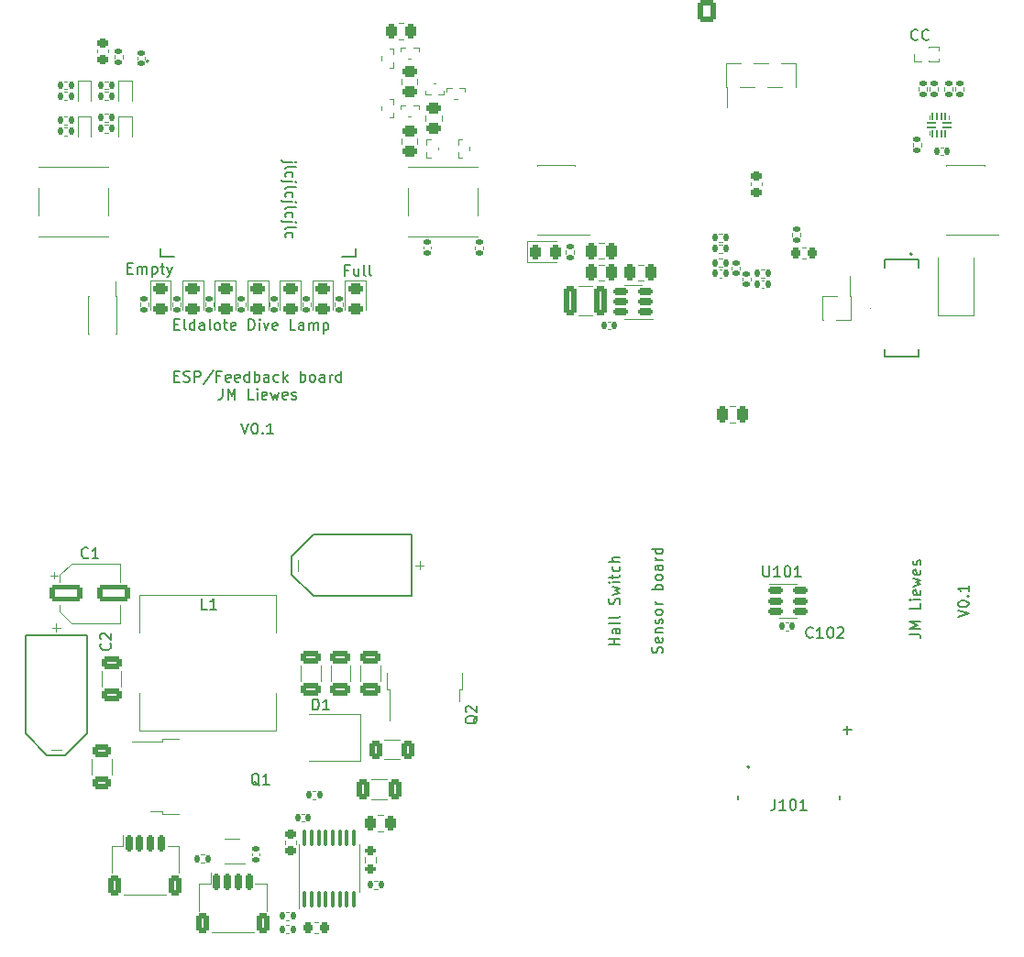
<source format=gto>
%TF.GenerationSoftware,KiCad,Pcbnew,(6.0.9)*%
%TF.CreationDate,2023-02-02T11:23:03+01:00*%
%TF.ProjectId,Stencil,5374656e-6369-46c2-9e6b-696361645f70,rev?*%
%TF.SameCoordinates,Original*%
%TF.FileFunction,Legend,Top*%
%TF.FilePolarity,Positive*%
%FSLAX46Y46*%
G04 Gerber Fmt 4.6, Leading zero omitted, Abs format (unit mm)*
G04 Created by KiCad (PCBNEW (6.0.9)) date 2023-02-02 11:23:03*
%MOMM*%
%LPD*%
G01*
G04 APERTURE LIST*
G04 Aperture macros list*
%AMRoundRect*
0 Rectangle with rounded corners*
0 $1 Rounding radius*
0 $2 $3 $4 $5 $6 $7 $8 $9 X,Y pos of 4 corners*
0 Add a 4 corners polygon primitive as box body*
4,1,4,$2,$3,$4,$5,$6,$7,$8,$9,$2,$3,0*
0 Add four circle primitives for the rounded corners*
1,1,$1+$1,$2,$3*
1,1,$1+$1,$4,$5*
1,1,$1+$1,$6,$7*
1,1,$1+$1,$8,$9*
0 Add four rect primitives between the rounded corners*
20,1,$1+$1,$2,$3,$4,$5,0*
20,1,$1+$1,$4,$5,$6,$7,0*
20,1,$1+$1,$6,$7,$8,$9,0*
20,1,$1+$1,$8,$9,$2,$3,0*%
G04 Aperture macros list end*
%ADD10C,0.160000*%
%ADD11C,0.150000*%
%ADD12C,0.200000*%
%ADD13C,0.120000*%
%ADD14C,0.100000*%
%ADD15C,0.127000*%
%ADD16C,0.010000*%
%ADD17RoundRect,0.140000X-0.170000X0.140000X-0.170000X-0.140000X0.170000X-0.140000X0.170000X0.140000X0*%
%ADD18RoundRect,0.250000X0.375000X1.075000X-0.375000X1.075000X-0.375000X-1.075000X0.375000X-1.075000X0*%
%ADD19RoundRect,0.140000X0.170000X-0.140000X0.170000X0.140000X-0.170000X0.140000X-0.170000X-0.140000X0*%
%ADD20R,0.700000X0.600000*%
%ADD21R,0.500000X0.700000*%
%ADD22R,0.400000X0.700000*%
%ADD23RoundRect,0.135000X0.185000X-0.135000X0.185000X0.135000X-0.185000X0.135000X-0.185000X-0.135000X0*%
%ADD24RoundRect,0.135000X0.135000X0.185000X-0.135000X0.185000X-0.135000X-0.185000X0.135000X-0.185000X0*%
%ADD25R,2.400000X0.740000*%
%ADD26RoundRect,0.200000X0.275000X-0.200000X0.275000X0.200000X-0.275000X0.200000X-0.275000X-0.200000X0*%
%ADD27R,3.250000X5.000000*%
%ADD28RoundRect,0.250000X0.650000X-0.325000X0.650000X0.325000X-0.650000X0.325000X-0.650000X-0.325000X0*%
%ADD29C,2.200000*%
%ADD30RoundRect,0.135000X-0.185000X0.135000X-0.185000X-0.135000X0.185000X-0.135000X0.185000X0.135000X0*%
%ADD31RoundRect,0.250000X0.450000X-0.262500X0.450000X0.262500X-0.450000X0.262500X-0.450000X-0.262500X0*%
%ADD32RoundRect,0.243750X-0.456250X0.243750X-0.456250X-0.243750X0.456250X-0.243750X0.456250X0.243750X0*%
%ADD33R,1.500000X0.900000*%
%ADD34R,0.900000X1.500000*%
%ADD35R,0.900000X0.900000*%
%ADD36C,0.600000*%
%ADD37R,1.550000X1.300000*%
%ADD38C,4.000000*%
%ADD39RoundRect,0.150000X-0.150000X-0.625000X0.150000X-0.625000X0.150000X0.625000X-0.150000X0.625000X0*%
%ADD40RoundRect,0.250000X-0.350000X-0.650000X0.350000X-0.650000X0.350000X0.650000X-0.350000X0.650000X0*%
%ADD41R,1.200000X2.200000*%
%ADD42R,5.800000X6.400000*%
%ADD43R,4.860000X3.360000*%
%ADD44R,1.400000X1.390000*%
%ADD45RoundRect,0.135000X-0.135000X-0.185000X0.135000X-0.185000X0.135000X0.185000X-0.135000X0.185000X0*%
%ADD46R,1.800000X2.500000*%
%ADD47R,2.310000X2.460000*%
%ADD48RoundRect,0.100000X0.100000X-0.687500X0.100000X0.687500X-0.100000X0.687500X-0.100000X-0.687500X0*%
%ADD49RoundRect,0.225000X0.250000X-0.225000X0.250000X0.225000X-0.250000X0.225000X-0.250000X-0.225000X0*%
%ADD50R,0.650000X3.000000*%
%ADD51R,0.300000X1.000000*%
%ADD52O,1.100000X2.200000*%
%ADD53RoundRect,0.250000X-0.625000X0.312500X-0.625000X-0.312500X0.625000X-0.312500X0.625000X0.312500X0*%
%ADD54R,1.000000X1.000000*%
%ADD55O,1.000000X1.000000*%
%ADD56RoundRect,0.150000X-0.512500X-0.150000X0.512500X-0.150000X0.512500X0.150000X-0.512500X0.150000X0*%
%ADD57RoundRect,0.140000X0.140000X0.170000X-0.140000X0.170000X-0.140000X-0.170000X0.140000X-0.170000X0*%
%ADD58R,0.700000X0.400000*%
%ADD59RoundRect,0.140000X-0.140000X-0.170000X0.140000X-0.170000X0.140000X0.170000X-0.140000X0.170000X0*%
%ADD60RoundRect,0.250000X0.262500X0.450000X-0.262500X0.450000X-0.262500X-0.450000X0.262500X-0.450000X0*%
%ADD61RoundRect,0.225000X-0.225000X-0.250000X0.225000X-0.250000X0.225000X0.250000X-0.225000X0.250000X0*%
%ADD62R,0.740000X2.400000*%
%ADD63RoundRect,0.250000X-0.325000X-0.650000X0.325000X-0.650000X0.325000X0.650000X-0.325000X0.650000X0*%
%ADD64R,0.650000X0.400000*%
%ADD65RoundRect,0.250000X-0.250000X-0.475000X0.250000X-0.475000X0.250000X0.475000X-0.250000X0.475000X0*%
%ADD66RoundRect,0.250000X0.312500X0.625000X-0.312500X0.625000X-0.312500X-0.625000X0.312500X-0.625000X0*%
%ADD67RoundRect,0.250000X-1.250000X-0.550000X1.250000X-0.550000X1.250000X0.550000X-1.250000X0.550000X0*%
%ADD68RoundRect,0.225000X-0.250000X0.225000X-0.250000X-0.225000X0.250000X-0.225000X0.250000X0.225000X0*%
%ADD69R,2.200000X1.200000*%
%ADD70R,6.400000X5.800000*%
%ADD71RoundRect,0.250000X0.250000X0.475000X-0.250000X0.475000X-0.250000X-0.475000X0.250000X-0.475000X0*%
%ADD72RoundRect,0.050000X0.375000X0.050000X-0.375000X0.050000X-0.375000X-0.050000X0.375000X-0.050000X0*%
%ADD73RoundRect,0.050000X0.050000X0.275000X-0.050000X0.275000X-0.050000X-0.275000X0.050000X-0.275000X0*%
%ADD74RoundRect,0.250000X-0.262500X-0.450000X0.262500X-0.450000X0.262500X0.450000X-0.262500X0.450000X0*%
%ADD75R,0.850000X0.850000*%
%ADD76O,0.850000X0.850000*%
%ADD77RoundRect,0.243750X-0.243750X-0.456250X0.243750X-0.456250X0.243750X0.456250X-0.243750X0.456250X0*%
%ADD78RoundRect,0.250000X-0.450000X0.262500X-0.450000X-0.262500X0.450000X-0.262500X0.450000X0.262500X0*%
%ADD79C,0.520000*%
%ADD80R,0.870000X0.300000*%
%ADD81RoundRect,0.250000X-0.650000X0.325000X-0.650000X-0.325000X0.650000X-0.325000X0.650000X0.325000X0*%
%ADD82R,0.700000X0.500000*%
%ADD83RoundRect,0.150000X0.512500X0.150000X-0.512500X0.150000X-0.512500X-0.150000X0.512500X-0.150000X0*%
%ADD84RoundRect,0.225000X0.225000X0.250000X-0.225000X0.250000X-0.225000X-0.250000X0.225000X-0.250000X0*%
%ADD85RoundRect,0.250000X-0.600000X-0.725000X0.600000X-0.725000X0.600000X0.725000X-0.600000X0.725000X0*%
%ADD86O,1.700000X1.950000*%
%ADD87R,1.700000X1.700000*%
%ADD88O,1.700000X1.700000*%
%ADD89R,1.350000X1.350000*%
%ADD90O,1.350000X1.350000*%
%ADD91C,6.500000*%
%ADD92R,6.300000X6.000000*%
G04 APERTURE END LIST*
D10*
X126611790Y-92337042D02*
X126945124Y-92337042D01*
X127087981Y-92860851D02*
X126611790Y-92860851D01*
X126611790Y-91860851D01*
X127087981Y-91860851D01*
X127659409Y-92860851D02*
X127564171Y-92813232D01*
X127516552Y-92717994D01*
X127516552Y-91860851D01*
X128468933Y-92860851D02*
X128468933Y-91860851D01*
X128468933Y-92813232D02*
X128373695Y-92860851D01*
X128183219Y-92860851D01*
X128087981Y-92813232D01*
X128040362Y-92765613D01*
X127992743Y-92670375D01*
X127992743Y-92384661D01*
X128040362Y-92289423D01*
X128087981Y-92241804D01*
X128183219Y-92194185D01*
X128373695Y-92194185D01*
X128468933Y-92241804D01*
X129373695Y-92860851D02*
X129373695Y-92337042D01*
X129326076Y-92241804D01*
X129230838Y-92194185D01*
X129040362Y-92194185D01*
X128945124Y-92241804D01*
X129373695Y-92813232D02*
X129278457Y-92860851D01*
X129040362Y-92860851D01*
X128945124Y-92813232D01*
X128897505Y-92717994D01*
X128897505Y-92622756D01*
X128945124Y-92527518D01*
X129040362Y-92479899D01*
X129278457Y-92479899D01*
X129373695Y-92432280D01*
X129992743Y-92860851D02*
X129897505Y-92813232D01*
X129849886Y-92717994D01*
X129849886Y-91860851D01*
X130516552Y-92860851D02*
X130421314Y-92813232D01*
X130373695Y-92765613D01*
X130326076Y-92670375D01*
X130326076Y-92384661D01*
X130373695Y-92289423D01*
X130421314Y-92241804D01*
X130516552Y-92194185D01*
X130659409Y-92194185D01*
X130754648Y-92241804D01*
X130802267Y-92289423D01*
X130849886Y-92384661D01*
X130849886Y-92670375D01*
X130802267Y-92765613D01*
X130754648Y-92813232D01*
X130659409Y-92860851D01*
X130516552Y-92860851D01*
X131135600Y-92194185D02*
X131516552Y-92194185D01*
X131278457Y-91860851D02*
X131278457Y-92717994D01*
X131326076Y-92813232D01*
X131421314Y-92860851D01*
X131516552Y-92860851D01*
X132230838Y-92813232D02*
X132135600Y-92860851D01*
X131945124Y-92860851D01*
X131849886Y-92813232D01*
X131802267Y-92717994D01*
X131802267Y-92337042D01*
X131849886Y-92241804D01*
X131945124Y-92194185D01*
X132135600Y-92194185D01*
X132230838Y-92241804D01*
X132278457Y-92337042D01*
X132278457Y-92432280D01*
X131802267Y-92527518D01*
X133468933Y-92860851D02*
X133468933Y-91860851D01*
X133707029Y-91860851D01*
X133849886Y-91908471D01*
X133945124Y-92003709D01*
X133992743Y-92098947D01*
X134040362Y-92289423D01*
X134040362Y-92432280D01*
X133992743Y-92622756D01*
X133945124Y-92717994D01*
X133849886Y-92813232D01*
X133707029Y-92860851D01*
X133468933Y-92860851D01*
X134468933Y-92860851D02*
X134468933Y-92194185D01*
X134468933Y-91860851D02*
X134421314Y-91908471D01*
X134468933Y-91956090D01*
X134516552Y-91908471D01*
X134468933Y-91860851D01*
X134468933Y-91956090D01*
X134849886Y-92194185D02*
X135087981Y-92860851D01*
X135326076Y-92194185D01*
X136087981Y-92813232D02*
X135992743Y-92860851D01*
X135802267Y-92860851D01*
X135707029Y-92813232D01*
X135659409Y-92717994D01*
X135659409Y-92337042D01*
X135707029Y-92241804D01*
X135802267Y-92194185D01*
X135992743Y-92194185D01*
X136087981Y-92241804D01*
X136135600Y-92337042D01*
X136135600Y-92432280D01*
X135659409Y-92527518D01*
X137802267Y-92860851D02*
X137326076Y-92860851D01*
X137326076Y-91860851D01*
X138564171Y-92860851D02*
X138564171Y-92337042D01*
X138516552Y-92241804D01*
X138421314Y-92194185D01*
X138230838Y-92194185D01*
X138135600Y-92241804D01*
X138564171Y-92813232D02*
X138468933Y-92860851D01*
X138230838Y-92860851D01*
X138135600Y-92813232D01*
X138087981Y-92717994D01*
X138087981Y-92622756D01*
X138135600Y-92527518D01*
X138230838Y-92479899D01*
X138468933Y-92479899D01*
X138564171Y-92432280D01*
X139040362Y-92860851D02*
X139040362Y-92194185D01*
X139040362Y-92289423D02*
X139087981Y-92241804D01*
X139183219Y-92194185D01*
X139326076Y-92194185D01*
X139421314Y-92241804D01*
X139468933Y-92337042D01*
X139468933Y-92860851D01*
X139468933Y-92337042D02*
X139516552Y-92241804D01*
X139611790Y-92194185D01*
X139754648Y-92194185D01*
X139849886Y-92241804D01*
X139897505Y-92337042D01*
X139897505Y-92860851D01*
X140373695Y-92194185D02*
X140373695Y-93194185D01*
X140373695Y-92241804D02*
X140468933Y-92194185D01*
X140659409Y-92194185D01*
X140754648Y-92241804D01*
X140802267Y-92289423D01*
X140849886Y-92384661D01*
X140849886Y-92670375D01*
X140802267Y-92765613D01*
X140754648Y-92813232D01*
X140659409Y-92860851D01*
X140468933Y-92860851D01*
X140373695Y-92813232D01*
X126616552Y-97132042D02*
X126949886Y-97132042D01*
X127092743Y-97655851D02*
X126616552Y-97655851D01*
X126616552Y-96655851D01*
X127092743Y-96655851D01*
X127473695Y-97608232D02*
X127616552Y-97655851D01*
X127854648Y-97655851D01*
X127949886Y-97608232D01*
X127997505Y-97560613D01*
X128045124Y-97465375D01*
X128045124Y-97370137D01*
X127997505Y-97274899D01*
X127949886Y-97227280D01*
X127854648Y-97179661D01*
X127664171Y-97132042D01*
X127568933Y-97084423D01*
X127521314Y-97036804D01*
X127473695Y-96941566D01*
X127473695Y-96846328D01*
X127521314Y-96751090D01*
X127568933Y-96703471D01*
X127664171Y-96655851D01*
X127902267Y-96655851D01*
X128045124Y-96703471D01*
X128473695Y-97655851D02*
X128473695Y-96655851D01*
X128854648Y-96655851D01*
X128949886Y-96703471D01*
X128997505Y-96751090D01*
X129045124Y-96846328D01*
X129045124Y-96989185D01*
X128997505Y-97084423D01*
X128949886Y-97132042D01*
X128854648Y-97179661D01*
X128473695Y-97179661D01*
X130187981Y-96608232D02*
X129330838Y-97893947D01*
X130854648Y-97132042D02*
X130521314Y-97132042D01*
X130521314Y-97655851D02*
X130521314Y-96655851D01*
X130997505Y-96655851D01*
X131759409Y-97608232D02*
X131664171Y-97655851D01*
X131473695Y-97655851D01*
X131378457Y-97608232D01*
X131330838Y-97512994D01*
X131330838Y-97132042D01*
X131378457Y-97036804D01*
X131473695Y-96989185D01*
X131664171Y-96989185D01*
X131759409Y-97036804D01*
X131807029Y-97132042D01*
X131807029Y-97227280D01*
X131330838Y-97322518D01*
X132616552Y-97608232D02*
X132521314Y-97655851D01*
X132330838Y-97655851D01*
X132235600Y-97608232D01*
X132187981Y-97512994D01*
X132187981Y-97132042D01*
X132235600Y-97036804D01*
X132330838Y-96989185D01*
X132521314Y-96989185D01*
X132616552Y-97036804D01*
X132664171Y-97132042D01*
X132664171Y-97227280D01*
X132187981Y-97322518D01*
X133521314Y-97655851D02*
X133521314Y-96655851D01*
X133521314Y-97608232D02*
X133426076Y-97655851D01*
X133235600Y-97655851D01*
X133140362Y-97608232D01*
X133092743Y-97560613D01*
X133045124Y-97465375D01*
X133045124Y-97179661D01*
X133092743Y-97084423D01*
X133140362Y-97036804D01*
X133235600Y-96989185D01*
X133426076Y-96989185D01*
X133521314Y-97036804D01*
X133997505Y-97655851D02*
X133997505Y-96655851D01*
X133997505Y-97036804D02*
X134092743Y-96989185D01*
X134283219Y-96989185D01*
X134378457Y-97036804D01*
X134426076Y-97084423D01*
X134473695Y-97179661D01*
X134473695Y-97465375D01*
X134426076Y-97560613D01*
X134378457Y-97608232D01*
X134283219Y-97655851D01*
X134092743Y-97655851D01*
X133997505Y-97608232D01*
X135330838Y-97655851D02*
X135330838Y-97132042D01*
X135283219Y-97036804D01*
X135187981Y-96989185D01*
X134997505Y-96989185D01*
X134902267Y-97036804D01*
X135330838Y-97608232D02*
X135235600Y-97655851D01*
X134997505Y-97655851D01*
X134902267Y-97608232D01*
X134854648Y-97512994D01*
X134854648Y-97417756D01*
X134902267Y-97322518D01*
X134997505Y-97274899D01*
X135235600Y-97274899D01*
X135330838Y-97227280D01*
X136235600Y-97608232D02*
X136140362Y-97655851D01*
X135949886Y-97655851D01*
X135854648Y-97608232D01*
X135807029Y-97560613D01*
X135759409Y-97465375D01*
X135759409Y-97179661D01*
X135807029Y-97084423D01*
X135854648Y-97036804D01*
X135949886Y-96989185D01*
X136140362Y-96989185D01*
X136235600Y-97036804D01*
X136664171Y-97655851D02*
X136664171Y-96655851D01*
X136759409Y-97274899D02*
X137045124Y-97655851D01*
X137045124Y-96989185D02*
X136664171Y-97370137D01*
X138235600Y-97655851D02*
X138235600Y-96655851D01*
X138235600Y-97036804D02*
X138330838Y-96989185D01*
X138521314Y-96989185D01*
X138616552Y-97036804D01*
X138664171Y-97084423D01*
X138711790Y-97179661D01*
X138711790Y-97465375D01*
X138664171Y-97560613D01*
X138616552Y-97608232D01*
X138521314Y-97655851D01*
X138330838Y-97655851D01*
X138235600Y-97608232D01*
X139283219Y-97655851D02*
X139187981Y-97608232D01*
X139140362Y-97560613D01*
X139092743Y-97465375D01*
X139092743Y-97179661D01*
X139140362Y-97084423D01*
X139187981Y-97036804D01*
X139283219Y-96989185D01*
X139426076Y-96989185D01*
X139521314Y-97036804D01*
X139568933Y-97084423D01*
X139616552Y-97179661D01*
X139616552Y-97465375D01*
X139568933Y-97560613D01*
X139521314Y-97608232D01*
X139426076Y-97655851D01*
X139283219Y-97655851D01*
X140473695Y-97655851D02*
X140473695Y-97132042D01*
X140426076Y-97036804D01*
X140330838Y-96989185D01*
X140140362Y-96989185D01*
X140045124Y-97036804D01*
X140473695Y-97608232D02*
X140378457Y-97655851D01*
X140140362Y-97655851D01*
X140045124Y-97608232D01*
X139997505Y-97512994D01*
X139997505Y-97417756D01*
X140045124Y-97322518D01*
X140140362Y-97274899D01*
X140378457Y-97274899D01*
X140473695Y-97227280D01*
X140949886Y-97655851D02*
X140949886Y-96989185D01*
X140949886Y-97179661D02*
X140997505Y-97084423D01*
X141045124Y-97036804D01*
X141140362Y-96989185D01*
X141235600Y-96989185D01*
X141997505Y-97655851D02*
X141997505Y-96655851D01*
X141997505Y-97608232D02*
X141902267Y-97655851D01*
X141711790Y-97655851D01*
X141616552Y-97608232D01*
X141568933Y-97560613D01*
X141521314Y-97465375D01*
X141521314Y-97179661D01*
X141568933Y-97084423D01*
X141616552Y-97036804D01*
X141711790Y-96989185D01*
X141902267Y-96989185D01*
X141997505Y-97036804D01*
X131068933Y-98265851D02*
X131068933Y-98980137D01*
X131021314Y-99122994D01*
X130926076Y-99218232D01*
X130783219Y-99265851D01*
X130687981Y-99265851D01*
X131545124Y-99265851D02*
X131545124Y-98265851D01*
X131878457Y-98980137D01*
X132211790Y-98265851D01*
X132211790Y-99265851D01*
X133926076Y-99265851D02*
X133449886Y-99265851D01*
X133449886Y-98265851D01*
X134259409Y-99265851D02*
X134259409Y-98599185D01*
X134259409Y-98265851D02*
X134211790Y-98313471D01*
X134259409Y-98361090D01*
X134307029Y-98313471D01*
X134259409Y-98265851D01*
X134259409Y-98361090D01*
X135116552Y-99218232D02*
X135021314Y-99265851D01*
X134830838Y-99265851D01*
X134735600Y-99218232D01*
X134687981Y-99122994D01*
X134687981Y-98742042D01*
X134735600Y-98646804D01*
X134830838Y-98599185D01*
X135021314Y-98599185D01*
X135116552Y-98646804D01*
X135164171Y-98742042D01*
X135164171Y-98837280D01*
X134687981Y-98932518D01*
X135497505Y-98599185D02*
X135687981Y-99265851D01*
X135878457Y-98789661D01*
X136068933Y-99265851D01*
X136259409Y-98599185D01*
X137021314Y-99218232D02*
X136926076Y-99265851D01*
X136735600Y-99265851D01*
X136640362Y-99218232D01*
X136592743Y-99122994D01*
X136592743Y-98742042D01*
X136640362Y-98646804D01*
X136735600Y-98599185D01*
X136926076Y-98599185D01*
X137021314Y-98646804D01*
X137068933Y-98742042D01*
X137068933Y-98837280D01*
X136592743Y-98932518D01*
X137449886Y-99218232D02*
X137545124Y-99265851D01*
X137735600Y-99265851D01*
X137830838Y-99218232D01*
X137878457Y-99122994D01*
X137878457Y-99075375D01*
X137830838Y-98980137D01*
X137735600Y-98932518D01*
X137592743Y-98932518D01*
X137497505Y-98884899D01*
X137449886Y-98789661D01*
X137449886Y-98742042D01*
X137497505Y-98646804D01*
X137592743Y-98599185D01*
X137735600Y-98599185D01*
X137830838Y-98646804D01*
D11*
X167745273Y-121930512D02*
X166745273Y-121930512D01*
X167221464Y-121930512D02*
X167221464Y-121359083D01*
X167745273Y-121359083D02*
X166745273Y-121359083D01*
X167745273Y-120454321D02*
X167221464Y-120454321D01*
X167126226Y-120501940D01*
X167078607Y-120597178D01*
X167078607Y-120787654D01*
X167126226Y-120882893D01*
X167697654Y-120454321D02*
X167745273Y-120549559D01*
X167745273Y-120787654D01*
X167697654Y-120882893D01*
X167602416Y-120930512D01*
X167507178Y-120930512D01*
X167411940Y-120882893D01*
X167364321Y-120787654D01*
X167364321Y-120549559D01*
X167316702Y-120454321D01*
X167745273Y-119835273D02*
X167697654Y-119930512D01*
X167602416Y-119978131D01*
X166745273Y-119978131D01*
X167745273Y-119311464D02*
X167697654Y-119406702D01*
X167602416Y-119454321D01*
X166745273Y-119454321D01*
X167697654Y-118216226D02*
X167745273Y-118073369D01*
X167745273Y-117835273D01*
X167697654Y-117740035D01*
X167650035Y-117692416D01*
X167554797Y-117644797D01*
X167459559Y-117644797D01*
X167364321Y-117692416D01*
X167316702Y-117740035D01*
X167269083Y-117835273D01*
X167221464Y-118025750D01*
X167173845Y-118120988D01*
X167126226Y-118168607D01*
X167030988Y-118216226D01*
X166935750Y-118216226D01*
X166840512Y-118168607D01*
X166792893Y-118120988D01*
X166745273Y-118025750D01*
X166745273Y-117787654D01*
X166792893Y-117644797D01*
X167078607Y-117311464D02*
X167745273Y-117120988D01*
X167269083Y-116930512D01*
X167745273Y-116740035D01*
X167078607Y-116549559D01*
X167745273Y-116168607D02*
X167078607Y-116168607D01*
X166745273Y-116168607D02*
X166792893Y-116216226D01*
X166840512Y-116168607D01*
X166792893Y-116120988D01*
X166745273Y-116168607D01*
X166840512Y-116168607D01*
X167078607Y-115835273D02*
X167078607Y-115454321D01*
X166745273Y-115692416D02*
X167602416Y-115692416D01*
X167697654Y-115644797D01*
X167745273Y-115549559D01*
X167745273Y-115454321D01*
X167697654Y-114692416D02*
X167745273Y-114787654D01*
X167745273Y-114978131D01*
X167697654Y-115073369D01*
X167650035Y-115120988D01*
X167554797Y-115168607D01*
X167269083Y-115168607D01*
X167173845Y-115120988D01*
X167126226Y-115073369D01*
X167078607Y-114978131D01*
X167078607Y-114787654D01*
X167126226Y-114692416D01*
X167745273Y-114263845D02*
X166745273Y-114263845D01*
X167745273Y-113835273D02*
X167221464Y-113835273D01*
X167126226Y-113882893D01*
X167078607Y-113978131D01*
X167078607Y-114120988D01*
X167126226Y-114216226D01*
X167173845Y-114263845D01*
D10*
X198955273Y-119396702D02*
X199955273Y-119063369D01*
X198955273Y-118730035D01*
X198955273Y-118206226D02*
X198955273Y-118110988D01*
X199002893Y-118015750D01*
X199050512Y-117968131D01*
X199145750Y-117920512D01*
X199336226Y-117872893D01*
X199574321Y-117872893D01*
X199764797Y-117920512D01*
X199860035Y-117968131D01*
X199907654Y-118015750D01*
X199955273Y-118110988D01*
X199955273Y-118206226D01*
X199907654Y-118301464D01*
X199860035Y-118349083D01*
X199764797Y-118396702D01*
X199574321Y-118444321D01*
X199336226Y-118444321D01*
X199145750Y-118396702D01*
X199050512Y-118349083D01*
X199002893Y-118301464D01*
X198955273Y-118206226D01*
X199860035Y-117444321D02*
X199907654Y-117396702D01*
X199955273Y-117444321D01*
X199907654Y-117491940D01*
X199860035Y-117444321D01*
X199955273Y-117444321D01*
X199955273Y-116444321D02*
X199955273Y-117015750D01*
X199955273Y-116730035D02*
X198955273Y-116730035D01*
X199098131Y-116825273D01*
X199193369Y-116920512D01*
X199240988Y-117015750D01*
X194525273Y-120960988D02*
X195239559Y-120960988D01*
X195382416Y-121008607D01*
X195477654Y-121103845D01*
X195525273Y-121246702D01*
X195525273Y-121341940D01*
X195525273Y-120484797D02*
X194525273Y-120484797D01*
X195239559Y-120151464D01*
X194525273Y-119818131D01*
X195525273Y-119818131D01*
X195525273Y-118103845D02*
X195525273Y-118580035D01*
X194525273Y-118580035D01*
X195525273Y-117770512D02*
X194858607Y-117770512D01*
X194525273Y-117770512D02*
X194572893Y-117818131D01*
X194620512Y-117770512D01*
X194572893Y-117722893D01*
X194525273Y-117770512D01*
X194620512Y-117770512D01*
X195477654Y-116913369D02*
X195525273Y-117008607D01*
X195525273Y-117199083D01*
X195477654Y-117294321D01*
X195382416Y-117341940D01*
X195001464Y-117341940D01*
X194906226Y-117294321D01*
X194858607Y-117199083D01*
X194858607Y-117008607D01*
X194906226Y-116913369D01*
X195001464Y-116865750D01*
X195096702Y-116865750D01*
X195191940Y-117341940D01*
X194858607Y-116532416D02*
X195525273Y-116341940D01*
X195049083Y-116151464D01*
X195525273Y-115960988D01*
X194858607Y-115770512D01*
X195477654Y-115008607D02*
X195525273Y-115103845D01*
X195525273Y-115294321D01*
X195477654Y-115389559D01*
X195382416Y-115437178D01*
X195001464Y-115437178D01*
X194906226Y-115389559D01*
X194858607Y-115294321D01*
X194858607Y-115103845D01*
X194906226Y-115008607D01*
X195001464Y-114960988D01*
X195096702Y-114960988D01*
X195191940Y-115437178D01*
X195477654Y-114580035D02*
X195525273Y-114484797D01*
X195525273Y-114294321D01*
X195477654Y-114199083D01*
X195382416Y-114151464D01*
X195334797Y-114151464D01*
X195239559Y-114199083D01*
X195191940Y-114294321D01*
X195191940Y-114437178D01*
X195144321Y-114532416D01*
X195049083Y-114580035D01*
X195001464Y-114580035D01*
X194906226Y-114532416D01*
X194858607Y-114437178D01*
X194858607Y-114294321D01*
X194906226Y-114199083D01*
X142673695Y-87337042D02*
X142340362Y-87337042D01*
X142340362Y-87860851D02*
X142340362Y-86860851D01*
X142816552Y-86860851D01*
X143626076Y-87194185D02*
X143626076Y-87860851D01*
X143197505Y-87194185D02*
X143197505Y-87717994D01*
X143245124Y-87813232D01*
X143340362Y-87860851D01*
X143483219Y-87860851D01*
X143578457Y-87813232D01*
X143626076Y-87765613D01*
X144245124Y-87860851D02*
X144149886Y-87813232D01*
X144102267Y-87717994D01*
X144102267Y-86860851D01*
X144768933Y-87860851D02*
X144673695Y-87813232D01*
X144626076Y-87717994D01*
X144626076Y-86860851D01*
D12*
X195259523Y-66007142D02*
X195211904Y-66054761D01*
X195069047Y-66102380D01*
X194973809Y-66102380D01*
X194830952Y-66054761D01*
X194735714Y-65959523D01*
X194688095Y-65864285D01*
X194640476Y-65673809D01*
X194640476Y-65530952D01*
X194688095Y-65340476D01*
X194735714Y-65245238D01*
X194830952Y-65150000D01*
X194973809Y-65102380D01*
X195069047Y-65102380D01*
X195211904Y-65150000D01*
X195259523Y-65197619D01*
X196259523Y-66007142D02*
X196211904Y-66054761D01*
X196069047Y-66102380D01*
X195973809Y-66102380D01*
X195830952Y-66054761D01*
X195735714Y-65959523D01*
X195688095Y-65864285D01*
X195640476Y-65673809D01*
X195640476Y-65530952D01*
X195688095Y-65340476D01*
X195735714Y-65245238D01*
X195830952Y-65150000D01*
X195973809Y-65102380D01*
X196069047Y-65102380D01*
X196211904Y-65150000D01*
X196259523Y-65197619D01*
D11*
X189127399Y-129817875D02*
X188365494Y-129817875D01*
X188746447Y-130198827D02*
X188746447Y-129436923D01*
D10*
X122307029Y-87137042D02*
X122640362Y-87137042D01*
X122783219Y-87660851D02*
X122307029Y-87660851D01*
X122307029Y-86660851D01*
X122783219Y-86660851D01*
X123211790Y-87660851D02*
X123211790Y-86994185D01*
X123211790Y-87089423D02*
X123259409Y-87041804D01*
X123354648Y-86994185D01*
X123497505Y-86994185D01*
X123592743Y-87041804D01*
X123640362Y-87137042D01*
X123640362Y-87660851D01*
X123640362Y-87137042D02*
X123687981Y-87041804D01*
X123783219Y-86994185D01*
X123926076Y-86994185D01*
X124021314Y-87041804D01*
X124068933Y-87137042D01*
X124068933Y-87660851D01*
X124545124Y-86994185D02*
X124545124Y-87994185D01*
X124545124Y-87041804D02*
X124640362Y-86994185D01*
X124830838Y-86994185D01*
X124926076Y-87041804D01*
X124973695Y-87089423D01*
X125021314Y-87184661D01*
X125021314Y-87470375D01*
X124973695Y-87565613D01*
X124926076Y-87613232D01*
X124830838Y-87660851D01*
X124640362Y-87660851D01*
X124545124Y-87613232D01*
X125307029Y-86994185D02*
X125687981Y-86994185D01*
X125449886Y-86660851D02*
X125449886Y-87517994D01*
X125497505Y-87613232D01*
X125592743Y-87660851D01*
X125687981Y-87660851D01*
X125926076Y-86994185D02*
X126164171Y-87660851D01*
X126402267Y-86994185D02*
X126164171Y-87660851D01*
X126068933Y-87898947D01*
X126021314Y-87946566D01*
X125926076Y-87994185D01*
X132783219Y-101460851D02*
X133116552Y-102460851D01*
X133449886Y-101460851D01*
X133973695Y-101460851D02*
X134068933Y-101460851D01*
X134164171Y-101508471D01*
X134211790Y-101556090D01*
X134259409Y-101651328D01*
X134307029Y-101841804D01*
X134307029Y-102079899D01*
X134259409Y-102270375D01*
X134211790Y-102365613D01*
X134164171Y-102413232D01*
X134068933Y-102460851D01*
X133973695Y-102460851D01*
X133878457Y-102413232D01*
X133830838Y-102365613D01*
X133783219Y-102270375D01*
X133735600Y-102079899D01*
X133735600Y-101841804D01*
X133783219Y-101651328D01*
X133830838Y-101556090D01*
X133878457Y-101508471D01*
X133973695Y-101460851D01*
X134735600Y-102365613D02*
X134783219Y-102413232D01*
X134735600Y-102460851D01*
X134687981Y-102413232D01*
X134735600Y-102365613D01*
X134735600Y-102460851D01*
X135735600Y-102460851D02*
X135164171Y-102460851D01*
X135449886Y-102460851D02*
X135449886Y-101460851D01*
X135354648Y-101603709D01*
X135259409Y-101698947D01*
X135164171Y-101746566D01*
D11*
X171657654Y-122696226D02*
X171705273Y-122553369D01*
X171705273Y-122315273D01*
X171657654Y-122220035D01*
X171610035Y-122172416D01*
X171514797Y-122124797D01*
X171419559Y-122124797D01*
X171324321Y-122172416D01*
X171276702Y-122220035D01*
X171229083Y-122315273D01*
X171181464Y-122505750D01*
X171133845Y-122600988D01*
X171086226Y-122648607D01*
X170990988Y-122696226D01*
X170895750Y-122696226D01*
X170800512Y-122648607D01*
X170752893Y-122600988D01*
X170705273Y-122505750D01*
X170705273Y-122267654D01*
X170752893Y-122124797D01*
X171657654Y-121315273D02*
X171705273Y-121410512D01*
X171705273Y-121600988D01*
X171657654Y-121696226D01*
X171562416Y-121743845D01*
X171181464Y-121743845D01*
X171086226Y-121696226D01*
X171038607Y-121600988D01*
X171038607Y-121410512D01*
X171086226Y-121315273D01*
X171181464Y-121267654D01*
X171276702Y-121267654D01*
X171371940Y-121743845D01*
X171038607Y-120839083D02*
X171705273Y-120839083D01*
X171133845Y-120839083D02*
X171086226Y-120791464D01*
X171038607Y-120696226D01*
X171038607Y-120553369D01*
X171086226Y-120458131D01*
X171181464Y-120410512D01*
X171705273Y-120410512D01*
X171657654Y-119981940D02*
X171705273Y-119886702D01*
X171705273Y-119696226D01*
X171657654Y-119600988D01*
X171562416Y-119553369D01*
X171514797Y-119553369D01*
X171419559Y-119600988D01*
X171371940Y-119696226D01*
X171371940Y-119839083D01*
X171324321Y-119934321D01*
X171229083Y-119981940D01*
X171181464Y-119981940D01*
X171086226Y-119934321D01*
X171038607Y-119839083D01*
X171038607Y-119696226D01*
X171086226Y-119600988D01*
X171705273Y-118981940D02*
X171657654Y-119077178D01*
X171610035Y-119124797D01*
X171514797Y-119172416D01*
X171229083Y-119172416D01*
X171133845Y-119124797D01*
X171086226Y-119077178D01*
X171038607Y-118981940D01*
X171038607Y-118839083D01*
X171086226Y-118743845D01*
X171133845Y-118696226D01*
X171229083Y-118648607D01*
X171514797Y-118648607D01*
X171610035Y-118696226D01*
X171657654Y-118743845D01*
X171705273Y-118839083D01*
X171705273Y-118981940D01*
X171705273Y-118220035D02*
X171038607Y-118220035D01*
X171229083Y-118220035D02*
X171133845Y-118172416D01*
X171086226Y-118124797D01*
X171038607Y-118029559D01*
X171038607Y-117934321D01*
X171705273Y-116839083D02*
X170705273Y-116839083D01*
X171086226Y-116839083D02*
X171038607Y-116743845D01*
X171038607Y-116553369D01*
X171086226Y-116458131D01*
X171133845Y-116410512D01*
X171229083Y-116362893D01*
X171514797Y-116362893D01*
X171610035Y-116410512D01*
X171657654Y-116458131D01*
X171705273Y-116553369D01*
X171705273Y-116743845D01*
X171657654Y-116839083D01*
X171705273Y-115791464D02*
X171657654Y-115886702D01*
X171610035Y-115934321D01*
X171514797Y-115981940D01*
X171229083Y-115981940D01*
X171133845Y-115934321D01*
X171086226Y-115886702D01*
X171038607Y-115791464D01*
X171038607Y-115648607D01*
X171086226Y-115553369D01*
X171133845Y-115505750D01*
X171229083Y-115458131D01*
X171514797Y-115458131D01*
X171610035Y-115505750D01*
X171657654Y-115553369D01*
X171705273Y-115648607D01*
X171705273Y-115791464D01*
X171705273Y-114600988D02*
X171181464Y-114600988D01*
X171086226Y-114648607D01*
X171038607Y-114743845D01*
X171038607Y-114934321D01*
X171086226Y-115029559D01*
X171657654Y-114600988D02*
X171705273Y-114696226D01*
X171705273Y-114934321D01*
X171657654Y-115029559D01*
X171562416Y-115077178D01*
X171467178Y-115077178D01*
X171371940Y-115029559D01*
X171324321Y-114934321D01*
X171324321Y-114696226D01*
X171276702Y-114600988D01*
X171705273Y-114124797D02*
X171038607Y-114124797D01*
X171229083Y-114124797D02*
X171133845Y-114077178D01*
X171086226Y-114029559D01*
X171038607Y-113934321D01*
X171038607Y-113839083D01*
X171705273Y-113077178D02*
X170705273Y-113077178D01*
X171657654Y-113077178D02*
X171705273Y-113172416D01*
X171705273Y-113362893D01*
X171657654Y-113458131D01*
X171610035Y-113505750D01*
X171514797Y-113553369D01*
X171229083Y-113553369D01*
X171133845Y-113505750D01*
X171086226Y-113458131D01*
X171038607Y-113362893D01*
X171038607Y-113172416D01*
X171086226Y-113077178D01*
D10*
X137521314Y-77332280D02*
X136664171Y-77332280D01*
X136568933Y-77284661D01*
X136521314Y-77189423D01*
X136521314Y-77141804D01*
X137854648Y-77332280D02*
X137807029Y-77284661D01*
X137759409Y-77332280D01*
X137807029Y-77379899D01*
X137854648Y-77332280D01*
X137759409Y-77332280D01*
X136854648Y-77951328D02*
X136902267Y-77856090D01*
X136997505Y-77808471D01*
X137854648Y-77808471D01*
X136902267Y-78760851D02*
X136854648Y-78665613D01*
X136854648Y-78475137D01*
X136902267Y-78379899D01*
X136949886Y-78332280D01*
X137045124Y-78284661D01*
X137330838Y-78284661D01*
X137426076Y-78332280D01*
X137473695Y-78379899D01*
X137521314Y-78475137D01*
X137521314Y-78665613D01*
X137473695Y-78760851D01*
X137521314Y-79189423D02*
X136664171Y-79189423D01*
X136568933Y-79141804D01*
X136521314Y-79046566D01*
X136521314Y-78998947D01*
X137854648Y-79189423D02*
X137807029Y-79141804D01*
X137759409Y-79189423D01*
X137807029Y-79237042D01*
X137854648Y-79189423D01*
X137759409Y-79189423D01*
X136854648Y-79808471D02*
X136902267Y-79713232D01*
X136997505Y-79665613D01*
X137854648Y-79665613D01*
X136902267Y-80617994D02*
X136854648Y-80522756D01*
X136854648Y-80332280D01*
X136902267Y-80237042D01*
X136949886Y-80189423D01*
X137045124Y-80141804D01*
X137330838Y-80141804D01*
X137426076Y-80189423D01*
X137473695Y-80237042D01*
X137521314Y-80332280D01*
X137521314Y-80522756D01*
X137473695Y-80617994D01*
X137521314Y-81046566D02*
X136664171Y-81046566D01*
X136568933Y-80998947D01*
X136521314Y-80903709D01*
X136521314Y-80856090D01*
X137854648Y-81046566D02*
X137807029Y-80998947D01*
X137759409Y-81046566D01*
X137807029Y-81094185D01*
X137854648Y-81046566D01*
X137759409Y-81046566D01*
X136854648Y-81665613D02*
X136902267Y-81570375D01*
X136997505Y-81522756D01*
X137854648Y-81522756D01*
X136902267Y-82475137D02*
X136854648Y-82379899D01*
X136854648Y-82189423D01*
X136902267Y-82094185D01*
X136949886Y-82046566D01*
X137045124Y-81998947D01*
X137330838Y-81998947D01*
X137426076Y-82046566D01*
X137473695Y-82094185D01*
X137521314Y-82189423D01*
X137521314Y-82379899D01*
X137473695Y-82475137D01*
X137521314Y-82903709D02*
X136664171Y-82903709D01*
X136568933Y-82856090D01*
X136521314Y-82760851D01*
X136521314Y-82713232D01*
X137854648Y-82903709D02*
X137807029Y-82856090D01*
X137759409Y-82903709D01*
X137807029Y-82951328D01*
X137854648Y-82903709D01*
X137759409Y-82903709D01*
X136854648Y-83522756D02*
X136902267Y-83427518D01*
X136997505Y-83379899D01*
X137854648Y-83379899D01*
X136902267Y-84332280D02*
X136854648Y-84237042D01*
X136854648Y-84046566D01*
X136902267Y-83951328D01*
X136949886Y-83903709D01*
X137045124Y-83856090D01*
X137330838Y-83856090D01*
X137426076Y-83903709D01*
X137473695Y-83951328D01*
X137521314Y-84046566D01*
X137521314Y-84237042D01*
X137473695Y-84332280D01*
D11*
%TO.C,L1*%
X129633333Y-118652380D02*
X129157142Y-118652380D01*
X129157142Y-117652380D01*
X130490476Y-118652380D02*
X129919047Y-118652380D01*
X130204761Y-118652380D02*
X130204761Y-117652380D01*
X130109523Y-117795238D01*
X130014285Y-117890476D01*
X129919047Y-117938095D01*
%TO.C,Q2*%
X154597619Y-128495238D02*
X154550000Y-128590476D01*
X154454761Y-128685714D01*
X154311904Y-128828571D01*
X154264285Y-128923809D01*
X154264285Y-129019047D01*
X154502380Y-128971428D02*
X154454761Y-129066666D01*
X154359523Y-129161904D01*
X154169047Y-129209523D01*
X153835714Y-129209523D01*
X153645238Y-129161904D01*
X153550000Y-129066666D01*
X153502380Y-128971428D01*
X153502380Y-128780952D01*
X153550000Y-128685714D01*
X153645238Y-128590476D01*
X153835714Y-128542857D01*
X154169047Y-128542857D01*
X154359523Y-128590476D01*
X154454761Y-128685714D01*
X154502380Y-128780952D01*
X154502380Y-128971428D01*
X153597619Y-128161904D02*
X153550000Y-128114285D01*
X153502380Y-128019047D01*
X153502380Y-127780952D01*
X153550000Y-127685714D01*
X153597619Y-127638095D01*
X153692857Y-127590476D01*
X153788095Y-127590476D01*
X153930952Y-127638095D01*
X154502380Y-128209523D01*
X154502380Y-127590476D01*
%TO.C,D1*%
X139381904Y-127952380D02*
X139381904Y-126952380D01*
X139620000Y-126952380D01*
X139762857Y-127000000D01*
X139858095Y-127095238D01*
X139905714Y-127190476D01*
X139953333Y-127380952D01*
X139953333Y-127523809D01*
X139905714Y-127714285D01*
X139858095Y-127809523D01*
X139762857Y-127904761D01*
X139620000Y-127952380D01*
X139381904Y-127952380D01*
X140905714Y-127952380D02*
X140334285Y-127952380D01*
X140620000Y-127952380D02*
X140620000Y-126952380D01*
X140524761Y-127095238D01*
X140429523Y-127190476D01*
X140334285Y-127238095D01*
%TO.C,J101*%
X182060732Y-136198827D02*
X182060732Y-136913113D01*
X182013113Y-137055970D01*
X181917875Y-137151208D01*
X181775018Y-137198827D01*
X181679780Y-137198827D01*
X183060732Y-137198827D02*
X182489304Y-137198827D01*
X182775018Y-137198827D02*
X182775018Y-136198827D01*
X182679780Y-136341685D01*
X182584542Y-136436923D01*
X182489304Y-136484542D01*
X183679780Y-136198827D02*
X183775018Y-136198827D01*
X183870256Y-136246447D01*
X183917875Y-136294066D01*
X183965494Y-136389304D01*
X184013113Y-136579780D01*
X184013113Y-136817875D01*
X183965494Y-137008351D01*
X183917875Y-137103589D01*
X183870256Y-137151208D01*
X183775018Y-137198827D01*
X183679780Y-137198827D01*
X183584542Y-137151208D01*
X183536923Y-137103589D01*
X183489304Y-137008351D01*
X183441685Y-136817875D01*
X183441685Y-136579780D01*
X183489304Y-136389304D01*
X183536923Y-136294066D01*
X183584542Y-136246447D01*
X183679780Y-136198827D01*
X184965494Y-137198827D02*
X184394066Y-137198827D01*
X184679780Y-137198827D02*
X184679780Y-136198827D01*
X184584542Y-136341685D01*
X184489304Y-136436923D01*
X184394066Y-136484542D01*
%TO.C,U101*%
X180978607Y-114645273D02*
X180978607Y-115454797D01*
X181026226Y-115550035D01*
X181073845Y-115597654D01*
X181169083Y-115645273D01*
X181359559Y-115645273D01*
X181454797Y-115597654D01*
X181502416Y-115550035D01*
X181550035Y-115454797D01*
X181550035Y-114645273D01*
X182550035Y-115645273D02*
X181978607Y-115645273D01*
X182264321Y-115645273D02*
X182264321Y-114645273D01*
X182169083Y-114788131D01*
X182073845Y-114883369D01*
X181978607Y-114930988D01*
X183169083Y-114645273D02*
X183264321Y-114645273D01*
X183359559Y-114692893D01*
X183407178Y-114740512D01*
X183454797Y-114835750D01*
X183502416Y-115026226D01*
X183502416Y-115264321D01*
X183454797Y-115454797D01*
X183407178Y-115550035D01*
X183359559Y-115597654D01*
X183264321Y-115645273D01*
X183169083Y-115645273D01*
X183073845Y-115597654D01*
X183026226Y-115550035D01*
X182978607Y-115454797D01*
X182930988Y-115264321D01*
X182930988Y-115026226D01*
X182978607Y-114835750D01*
X183026226Y-114740512D01*
X183073845Y-114692893D01*
X183169083Y-114645273D01*
X184454797Y-115645273D02*
X183883369Y-115645273D01*
X184169083Y-115645273D02*
X184169083Y-114645273D01*
X184073845Y-114788131D01*
X183978607Y-114883369D01*
X183883369Y-114930988D01*
%TO.C,C102*%
X185563845Y-121220035D02*
X185516226Y-121267654D01*
X185373369Y-121315273D01*
X185278131Y-121315273D01*
X185135273Y-121267654D01*
X185040035Y-121172416D01*
X184992416Y-121077178D01*
X184944797Y-120886702D01*
X184944797Y-120743845D01*
X184992416Y-120553369D01*
X185040035Y-120458131D01*
X185135273Y-120362893D01*
X185278131Y-120315273D01*
X185373369Y-120315273D01*
X185516226Y-120362893D01*
X185563845Y-120410512D01*
X186516226Y-121315273D02*
X185944797Y-121315273D01*
X186230512Y-121315273D02*
X186230512Y-120315273D01*
X186135273Y-120458131D01*
X186040035Y-120553369D01*
X185944797Y-120600988D01*
X187135273Y-120315273D02*
X187230512Y-120315273D01*
X187325750Y-120362893D01*
X187373369Y-120410512D01*
X187420988Y-120505750D01*
X187468607Y-120696226D01*
X187468607Y-120934321D01*
X187420988Y-121124797D01*
X187373369Y-121220035D01*
X187325750Y-121267654D01*
X187230512Y-121315273D01*
X187135273Y-121315273D01*
X187040035Y-121267654D01*
X186992416Y-121220035D01*
X186944797Y-121124797D01*
X186897178Y-120934321D01*
X186897178Y-120696226D01*
X186944797Y-120505750D01*
X186992416Y-120410512D01*
X187040035Y-120362893D01*
X187135273Y-120315273D01*
X187849559Y-120410512D02*
X187897178Y-120362893D01*
X187992416Y-120315273D01*
X188230512Y-120315273D01*
X188325750Y-120362893D01*
X188373369Y-120410512D01*
X188420988Y-120505750D01*
X188420988Y-120600988D01*
X188373369Y-120743845D01*
X187801940Y-121315273D01*
X188420988Y-121315273D01*
%TO.C,C1*%
X118633333Y-113857142D02*
X118585714Y-113904761D01*
X118442857Y-113952380D01*
X118347619Y-113952380D01*
X118204761Y-113904761D01*
X118109523Y-113809523D01*
X118061904Y-113714285D01*
X118014285Y-113523809D01*
X118014285Y-113380952D01*
X118061904Y-113190476D01*
X118109523Y-113095238D01*
X118204761Y-113000000D01*
X118347619Y-112952380D01*
X118442857Y-112952380D01*
X118585714Y-113000000D01*
X118633333Y-113047619D01*
X119585714Y-113952380D02*
X119014285Y-113952380D01*
X119300000Y-113952380D02*
X119300000Y-112952380D01*
X119204761Y-113095238D01*
X119109523Y-113190476D01*
X119014285Y-113238095D01*
%TO.C,Q1*%
X134454761Y-134947619D02*
X134359523Y-134900000D01*
X134264285Y-134804761D01*
X134121428Y-134661904D01*
X134026190Y-134614285D01*
X133930952Y-134614285D01*
X133978571Y-134852380D02*
X133883333Y-134804761D01*
X133788095Y-134709523D01*
X133740476Y-134519047D01*
X133740476Y-134185714D01*
X133788095Y-133995238D01*
X133883333Y-133900000D01*
X133978571Y-133852380D01*
X134169047Y-133852380D01*
X134264285Y-133900000D01*
X134359523Y-133995238D01*
X134407142Y-134185714D01*
X134407142Y-134519047D01*
X134359523Y-134709523D01*
X134264285Y-134804761D01*
X134169047Y-134852380D01*
X133978571Y-134852380D01*
X135359523Y-134852380D02*
X134788095Y-134852380D01*
X135073809Y-134852380D02*
X135073809Y-133852380D01*
X134978571Y-133995238D01*
X134883333Y-134090476D01*
X134788095Y-134138095D01*
%TO.C,C2*%
X120657142Y-121816666D02*
X120704761Y-121864285D01*
X120752380Y-122007142D01*
X120752380Y-122102380D01*
X120704761Y-122245238D01*
X120609523Y-122340476D01*
X120514285Y-122388095D01*
X120323809Y-122435714D01*
X120180952Y-122435714D01*
X119990476Y-122388095D01*
X119895238Y-122340476D01*
X119800000Y-122245238D01*
X119752380Y-122102380D01*
X119752380Y-122007142D01*
X119800000Y-121864285D01*
X119847619Y-121816666D01*
X119847619Y-121435714D02*
X119800000Y-121388095D01*
X119752380Y-121292857D01*
X119752380Y-121054761D01*
X119800000Y-120959523D01*
X119847619Y-120911904D01*
X119942857Y-120864285D01*
X120038095Y-120864285D01*
X120180952Y-120911904D01*
X120752380Y-121483333D01*
X120752380Y-120864285D01*
D13*
%TO.C,C327*%
X179090000Y-88042164D02*
X179090000Y-88257836D01*
X179810000Y-88042164D02*
X179810000Y-88257836D01*
%TO.C,L401*%
X165152064Y-91510000D02*
X163947936Y-91510000D01*
X165152064Y-88790000D02*
X163947936Y-88790000D01*
%TO.C,C10*%
X134460000Y-141407836D02*
X134460000Y-141192164D01*
X133740000Y-141407836D02*
X133740000Y-141192164D01*
%TO.C,D402*%
X121457029Y-74958471D02*
X121457029Y-73108471D01*
X122657029Y-74958471D02*
X122657029Y-73108471D01*
X122657029Y-73108471D02*
X121457029Y-73108471D01*
D14*
%TO.C,Q408*%
X147457029Y-66758471D02*
X147457029Y-67108471D01*
X147957029Y-66758471D02*
X147457029Y-66758471D01*
X148657029Y-66758471D02*
X149157029Y-66758471D01*
X149157029Y-66758471D02*
X149157029Y-67108471D01*
D13*
X148207029Y-67808471D02*
X148407029Y-67808471D01*
%TO.C,R501*%
X196370000Y-70763641D02*
X196370000Y-70456359D01*
X197130000Y-70763641D02*
X197130000Y-70456359D01*
%TO.C,R418*%
X116710670Y-69878471D02*
X116403388Y-69878471D01*
X116710670Y-70638471D02*
X116403388Y-70638471D01*
%TO.C,J203*%
X197885000Y-84085000D02*
X197885000Y-84020000D01*
X201415000Y-77680000D02*
X201415000Y-77615000D01*
X201415000Y-84085000D02*
X197885000Y-84085000D01*
X197885000Y-77680000D02*
X197885000Y-77615000D01*
X202740000Y-84020000D02*
X201415000Y-84020000D01*
X201415000Y-84085000D02*
X201415000Y-84020000D01*
X201415000Y-77615000D02*
X197885000Y-77615000D01*
%TO.C,R5*%
X144177500Y-142037258D02*
X144177500Y-141562742D01*
X145222500Y-142037258D02*
X145222500Y-141562742D01*
%TO.C,C304*%
X149577029Y-85356307D02*
X149577029Y-85140635D01*
X150297029Y-85356307D02*
X150297029Y-85140635D01*
%TO.C,L1*%
X136000000Y-117300000D02*
X123400000Y-117300000D01*
X123400000Y-117300000D02*
X123400000Y-120800000D01*
X123400000Y-129900000D02*
X123400000Y-126400000D01*
X136000000Y-129900000D02*
X123400000Y-129900000D01*
X136000000Y-117300000D02*
X136000000Y-120800000D01*
X136000000Y-129900000D02*
X136000000Y-126400000D01*
%TO.C,C6*%
X143790000Y-125311252D02*
X143790000Y-123888748D01*
X145610000Y-125311252D02*
X145610000Y-123888748D01*
%TO.C,R309*%
X126427029Y-90354830D02*
X126427029Y-90662112D01*
X127187029Y-90354830D02*
X127187029Y-90662112D01*
%TO.C,R406*%
X149042029Y-75635535D02*
X149042029Y-75181407D01*
X147572029Y-75635535D02*
X147572029Y-75181407D01*
%TO.C,D305*%
X136347029Y-88323471D02*
X136347029Y-91008471D01*
X138267029Y-91008471D02*
X138267029Y-88323471D01*
X138267029Y-88323471D02*
X136347029Y-88323471D01*
%TO.C,R302*%
X154357029Y-85432112D02*
X154357029Y-85124830D01*
X155117029Y-85432112D02*
X155117029Y-85124830D01*
%TO.C,R414*%
X116710670Y-73888471D02*
X116403388Y-73888471D01*
X116710670Y-73128471D02*
X116403388Y-73128471D01*
%TO.C,R309*%
X177203641Y-83970000D02*
X176896359Y-83970000D01*
X177203641Y-84730000D02*
X176896359Y-84730000D01*
D15*
%TO.C,U301*%
X125307029Y-85328471D02*
X125307029Y-86058471D01*
X143307029Y-85328471D02*
X143307029Y-86058471D01*
X143307029Y-86058471D02*
X142062029Y-86058471D01*
X125307029Y-86058471D02*
X126552029Y-86058471D01*
D12*
X124207029Y-68048471D02*
G75*
G03*
X124207029Y-68048471I-100000J0D01*
G01*
D13*
%TO.C,SW301*%
X120527029Y-84238471D02*
X114067029Y-84238471D01*
X120527029Y-84208471D02*
X120527029Y-84238471D01*
X114067029Y-77778471D02*
X114067029Y-77808471D01*
X114067029Y-84238471D02*
X114067029Y-84208471D01*
X120527029Y-82308471D02*
X120527029Y-79708471D01*
X120527029Y-77778471D02*
X114067029Y-77778471D01*
X120527029Y-77778471D02*
X120527029Y-77808471D01*
X114067029Y-82308471D02*
X114067029Y-79708471D01*
D12*
%TO.C,J1*%
X112850000Y-121100000D02*
X118550000Y-121100000D01*
X114850000Y-132150000D02*
X116550000Y-132150000D01*
X112850000Y-121100000D02*
X112850000Y-130150000D01*
X116550000Y-132150000D02*
X118550000Y-130150000D01*
X114850000Y-132150000D02*
X112850000Y-130150000D01*
D13*
X115700000Y-120750000D02*
X115700000Y-119950000D01*
D12*
X118550000Y-121100000D02*
X118550000Y-130150000D01*
D13*
X115300000Y-120350000D02*
X116100000Y-120350000D01*
X116200000Y-131600000D02*
X115200000Y-131600000D01*
%TO.C,J4*%
X128890000Y-144015000D02*
X129940000Y-144015000D01*
X130060000Y-148485000D02*
X133940000Y-148485000D01*
X135110000Y-144015000D02*
X134060000Y-144015000D01*
X135110000Y-146515000D02*
X135110000Y-144015000D01*
X129940000Y-144015000D02*
X129940000Y-143025000D01*
X128890000Y-146515000D02*
X128890000Y-144015000D01*
%TO.C,Q2*%
X146520000Y-126070000D02*
X146520000Y-128900000D01*
X146250000Y-126070000D02*
X146520000Y-126070000D01*
X153150000Y-126070000D02*
X152880000Y-126070000D01*
X153150000Y-124570000D02*
X153150000Y-126070000D01*
X146250000Y-124570000D02*
X146250000Y-126070000D01*
X152880000Y-126070000D02*
X152880000Y-127170000D01*
%TO.C,D1*%
X143810000Y-128375000D02*
X143810000Y-132625000D01*
X139000000Y-132625000D02*
X143810000Y-132625000D01*
X143810000Y-128375000D02*
X139000000Y-128375000D01*
%TO.C,D301*%
X126267029Y-91008471D02*
X126267029Y-88323471D01*
X124347029Y-88323471D02*
X124347029Y-91008471D01*
X126267029Y-88323471D02*
X124347029Y-88323471D01*
%TO.C,R8*%
X136896359Y-148580000D02*
X137203641Y-148580000D01*
X136896359Y-147820000D02*
X137203641Y-147820000D01*
%TO.C,SW302*%
X154637029Y-84238471D02*
X154637029Y-84208471D01*
X148177029Y-77808471D02*
X148177029Y-77778471D01*
X148177029Y-77778471D02*
X154637029Y-77778471D01*
X148177029Y-84238471D02*
X148177029Y-84208471D01*
X154637029Y-79708471D02*
X154637029Y-82308471D01*
X154637029Y-77778471D02*
X154637029Y-77808471D01*
X148177029Y-84238471D02*
X154637029Y-84238471D01*
X148177029Y-79708471D02*
X148177029Y-82308471D01*
%TO.C,R506*%
X195570000Y-75626359D02*
X195570000Y-75933641D01*
X194810000Y-75626359D02*
X194810000Y-75933641D01*
%TO.C,D201*%
X197100000Y-91550000D02*
X200400000Y-91550000D01*
X197100000Y-91550000D02*
X197100000Y-86150000D01*
X200400000Y-91550000D02*
X200400000Y-86150000D01*
%TO.C,U1*%
X143660000Y-142600000D02*
X143660000Y-144800000D01*
X138140000Y-142600000D02*
X138140000Y-140400000D01*
X138140000Y-142600000D02*
X138140000Y-146250000D01*
X143660000Y-142600000D02*
X143660000Y-140400000D01*
%TO.C,C303*%
X119447029Y-67249051D02*
X119447029Y-66967891D01*
X120467029Y-67249051D02*
X120467029Y-66967891D01*
%TO.C,J207*%
X177525000Y-68240000D02*
X178895000Y-68240000D01*
X177515000Y-70460000D02*
X177625000Y-70460000D01*
X181335000Y-70460000D02*
X182705000Y-70460000D01*
X180065000Y-68240000D02*
X181435000Y-68240000D01*
X178795000Y-70460000D02*
X180165000Y-70460000D01*
X183985000Y-70460000D02*
X183985000Y-68240000D01*
X183875000Y-68240000D02*
X183985000Y-68240000D01*
X177625000Y-70460000D02*
X177625000Y-72290000D01*
X177515000Y-70460000D02*
X177515000Y-68240000D01*
X182605000Y-68240000D02*
X183975000Y-68240000D01*
D15*
%TO.C,J101*%
X178676447Y-136196447D02*
X178676447Y-135896447D01*
X188016447Y-136196447D02*
X188016447Y-135896447D01*
D12*
X179694447Y-133230447D02*
G75*
G03*
X179694447Y-133230447I-100000J0D01*
G01*
D13*
%TO.C,Q406*%
X148207029Y-73158471D02*
X148407029Y-73158471D01*
D14*
X147457029Y-72108471D02*
X147457029Y-72458471D01*
X147957029Y-72108471D02*
X147457029Y-72108471D01*
X148657029Y-72108471D02*
X149157029Y-72108471D01*
X149157029Y-72108471D02*
X149157029Y-72458471D01*
D13*
%TO.C,R2*%
X129353641Y-141320000D02*
X129046359Y-141320000D01*
X129353641Y-142080000D02*
X129046359Y-142080000D01*
%TO.C,R9*%
X118990000Y-132472936D02*
X118990000Y-133927064D01*
X120810000Y-132472936D02*
X120810000Y-133927064D01*
%TO.C,U101*%
X183292893Y-119452893D02*
X184092893Y-119452893D01*
X183292893Y-116332893D02*
X181492893Y-116332893D01*
X183292893Y-119452893D02*
X182492893Y-119452893D01*
X183292893Y-116332893D02*
X184092893Y-116332893D01*
%TO.C,D306*%
X139347029Y-88323471D02*
X139347029Y-91008471D01*
X141267029Y-88323471D02*
X139347029Y-88323471D01*
X141267029Y-91008471D02*
X141267029Y-88323471D01*
%TO.C,C501*%
X197607836Y-76710000D02*
X197392164Y-76710000D01*
X197607836Y-75990000D02*
X197392164Y-75990000D01*
%TO.C,R314*%
X181103641Y-88030000D02*
X180796359Y-88030000D01*
X181103641Y-87270000D02*
X180796359Y-87270000D01*
%TO.C,Q407*%
X145757029Y-67583471D02*
X145757029Y-67933471D01*
D14*
X146807029Y-68108471D02*
X146807029Y-68608471D01*
X146807029Y-68608471D02*
X146457029Y-68608471D01*
X146807029Y-66908471D02*
X146457029Y-66908471D01*
X146807029Y-67408471D02*
X146807029Y-66908471D01*
D13*
%TO.C,R416*%
X120460670Y-73638471D02*
X120153388Y-73638471D01*
X120460670Y-72878471D02*
X120153388Y-72878471D01*
D14*
%TO.C,Q401*%
X151757029Y-70508471D02*
X151757029Y-70858471D01*
X153457029Y-70508471D02*
X153457029Y-70858471D01*
X152257029Y-70508471D02*
X151757029Y-70508471D01*
X152957029Y-70508471D02*
X153457029Y-70508471D01*
D13*
X152432029Y-71558471D02*
X152782029Y-71558471D01*
%TO.C,R417*%
X116403388Y-70878471D02*
X116710670Y-70878471D01*
X116403388Y-71638471D02*
X116710670Y-71638471D01*
%TO.C,R308*%
X183670000Y-83896359D02*
X183670000Y-84203641D01*
X184430000Y-83896359D02*
X184430000Y-84203641D01*
%TO.C,C330*%
X176942164Y-87290000D02*
X177157836Y-87290000D01*
X176942164Y-88010000D02*
X177157836Y-88010000D01*
%TO.C,R412*%
X147784093Y-64523471D02*
X147329965Y-64523471D01*
X147784093Y-65993471D02*
X147329965Y-65993471D01*
%TO.C,C326*%
X184609420Y-85240000D02*
X184890580Y-85240000D01*
X184609420Y-86260000D02*
X184890580Y-86260000D01*
%TO.C,J205*%
X121267029Y-93223471D02*
X121202029Y-93223471D01*
X118607029Y-89693471D02*
X118607029Y-93223471D01*
X121202029Y-88368471D02*
X121202029Y-89693471D01*
X121267029Y-89693471D02*
X121267029Y-93223471D01*
X118672029Y-89693471D02*
X118607029Y-89693471D01*
X121267029Y-89693471D02*
X121202029Y-89693471D01*
X118672029Y-93223471D02*
X118607029Y-93223471D01*
%TO.C,D404*%
X122657029Y-71708471D02*
X122657029Y-69858471D01*
X121457029Y-71708471D02*
X121457029Y-69858471D01*
X122657029Y-69858471D02*
X121457029Y-69858471D01*
%TO.C,D304*%
X135267029Y-91008471D02*
X135267029Y-88323471D01*
X135267029Y-88323471D02*
X133347029Y-88323471D01*
X133347029Y-88323471D02*
X133347029Y-91008471D01*
%TO.C,C9*%
X144788748Y-136210000D02*
X146211252Y-136210000D01*
X144788748Y-134390000D02*
X146211252Y-134390000D01*
%TO.C,D401*%
X118907029Y-73108471D02*
X117707029Y-73108471D01*
X117707029Y-74958471D02*
X117707029Y-73108471D01*
X118907029Y-74958471D02*
X118907029Y-73108471D01*
%TO.C,UR1*%
X131200000Y-142160000D02*
X133100000Y-142160000D01*
X132600000Y-139840000D02*
X131200000Y-139840000D01*
%TO.C,R314*%
X142187029Y-90354830D02*
X142187029Y-90662112D01*
X141427029Y-90354830D02*
X141427029Y-90662112D01*
%TO.C,R4*%
X139653641Y-136180000D02*
X139346359Y-136180000D01*
X139653641Y-135420000D02*
X139346359Y-135420000D01*
%TO.C,C102*%
X183300729Y-120602893D02*
X183085057Y-120602893D01*
X183300729Y-119882893D02*
X183085057Y-119882893D01*
%TO.C,C404*%
X165788748Y-88285000D02*
X166311252Y-88285000D01*
X165788748Y-86815000D02*
X166311252Y-86815000D01*
%TO.C,R308*%
X124187029Y-90354830D02*
X124187029Y-90662112D01*
X123427029Y-90354830D02*
X123427029Y-90662112D01*
%TO.C,C302*%
X123197029Y-67866307D02*
X123197029Y-67650635D01*
X123917029Y-67866307D02*
X123917029Y-67650635D01*
%TO.C,J206*%
X189080000Y-89740000D02*
X188970000Y-89740000D01*
X187800000Y-89740000D02*
X186430000Y-89740000D01*
X189070000Y-91960000D02*
X187700000Y-91960000D01*
X188970000Y-89740000D02*
X188970000Y-87910000D01*
X186420000Y-89740000D02*
X186420000Y-91960000D01*
X186530000Y-91960000D02*
X186420000Y-91960000D01*
X189080000Y-89740000D02*
X189080000Y-91960000D01*
%TO.C,C324*%
X177888748Y-99915000D02*
X178411252Y-99915000D01*
X177888748Y-101385000D02*
X178411252Y-101385000D01*
%TO.C,R6*%
X147427064Y-130690000D02*
X145972936Y-130690000D01*
X147427064Y-132510000D02*
X145972936Y-132510000D01*
%TO.C,C405*%
X165788748Y-84815000D02*
X166311252Y-84815000D01*
X165788748Y-86285000D02*
X166311252Y-86285000D01*
%TO.C,R409*%
X147572029Y-70135535D02*
X147572029Y-69681407D01*
X149042029Y-70135535D02*
X149042029Y-69681407D01*
%TO.C,R315*%
X176896359Y-86270000D02*
X177203641Y-86270000D01*
X176896359Y-87030000D02*
X177203641Y-87030000D01*
D14*
%TO.C,Q405*%
X146807029Y-71558471D02*
X146457029Y-71558471D01*
X146807029Y-73258471D02*
X146457029Y-73258471D01*
X146807029Y-72058471D02*
X146807029Y-71558471D01*
D13*
X145757029Y-72233471D02*
X145757029Y-72583471D01*
D14*
X146807029Y-72758471D02*
X146807029Y-73258471D01*
D13*
%TO.C,C1*%
X121560000Y-114440000D02*
X121560000Y-116140000D01*
X116040000Y-118895563D02*
X116040000Y-118260000D01*
X116040000Y-115504437D02*
X116040000Y-116140000D01*
X116040000Y-118895563D02*
X117104437Y-119960000D01*
X117104437Y-114440000D02*
X121560000Y-114440000D01*
X116040000Y-115504437D02*
X117104437Y-114440000D01*
X115487500Y-115202500D02*
X115487500Y-115827500D01*
X115175000Y-115515000D02*
X115800000Y-115515000D01*
X117104437Y-119960000D02*
X121560000Y-119960000D01*
X121560000Y-119960000D02*
X121560000Y-118260000D01*
%TO.C,C3*%
X137810000Y-140059420D02*
X137810000Y-140340580D01*
X136790000Y-140059420D02*
X136790000Y-140340580D01*
%TO.C,Q1*%
X125480000Y-137280000D02*
X124380000Y-137280000D01*
X125480000Y-130650000D02*
X125480000Y-130920000D01*
X126980000Y-130650000D02*
X125480000Y-130650000D01*
X125480000Y-130920000D02*
X122650000Y-130920000D01*
X126980000Y-137550000D02*
X125480000Y-137550000D01*
X125480000Y-137550000D02*
X125480000Y-137280000D01*
%TO.C,D303*%
X130347029Y-88323471D02*
X130347029Y-91008471D01*
X132267029Y-88323471D02*
X130347029Y-88323471D01*
X132267029Y-91008471D02*
X132267029Y-88323471D01*
%TO.C,R503*%
X199500000Y-70753641D02*
X199500000Y-70446359D01*
X198740000Y-70753641D02*
X198740000Y-70446359D01*
%TO.C,R310*%
X130187029Y-90354830D02*
X130187029Y-90662112D01*
X129427029Y-90354830D02*
X129427029Y-90662112D01*
%TO.C,R311*%
X176896359Y-84970000D02*
X177203641Y-84970000D01*
X176896359Y-85730000D02*
X177203641Y-85730000D01*
%TO.C,C402*%
X169911252Y-86815000D02*
X169388748Y-86815000D01*
X169911252Y-88285000D02*
X169388748Y-88285000D01*
%TO.C,R311*%
X133187029Y-90354830D02*
X133187029Y-90662112D01*
X132427029Y-90354830D02*
X132427029Y-90662112D01*
%TO.C,D403*%
X118907029Y-71708471D02*
X118907029Y-69858471D01*
X117707029Y-71708471D02*
X117707029Y-69858471D01*
X118907029Y-69858471D02*
X117707029Y-69858471D01*
D14*
%TO.C,D202*%
X190900000Y-90850000D02*
G75*
G03*
X190900000Y-90850000I-50000J0D01*
G01*
D13*
%TO.C,U501*%
X196320000Y-74840000D02*
X196320000Y-74490000D01*
X198140000Y-73020000D02*
X198140000Y-73370000D01*
X196320000Y-73020000D02*
X196320000Y-73370000D01*
%TO.C,R419*%
X120153388Y-70878471D02*
X120460670Y-70878471D01*
X120153388Y-71638471D02*
X120460670Y-71638471D01*
%TO.C,R420*%
X120460670Y-70638471D02*
X120153388Y-70638471D01*
X120460670Y-69878471D02*
X120153388Y-69878471D01*
%TO.C,C7*%
X141040000Y-125311252D02*
X141040000Y-123888748D01*
X142860000Y-125311252D02*
X142860000Y-123888748D01*
%TO.C,Q403*%
X153857029Y-76283471D02*
X153857029Y-75933471D01*
D14*
X152807029Y-76458471D02*
X152807029Y-76958471D01*
X152807029Y-76958471D02*
X153157029Y-76958471D01*
X152807029Y-75258471D02*
X153157029Y-75258471D01*
X152807029Y-75758471D02*
X152807029Y-75258471D01*
D13*
%TO.C,J205*%
X160085000Y-77680000D02*
X160085000Y-77615000D01*
X163615000Y-84085000D02*
X163615000Y-84020000D01*
X163615000Y-77680000D02*
X163615000Y-77615000D01*
X160085000Y-84085000D02*
X160085000Y-84020000D01*
X163615000Y-77615000D02*
X160085000Y-77615000D01*
X163615000Y-84085000D02*
X160085000Y-84085000D01*
X164940000Y-84020000D02*
X163615000Y-84020000D01*
%TO.C,R7*%
X145410436Y-139135000D02*
X145864564Y-139135000D01*
X145410436Y-137665000D02*
X145864564Y-137665000D01*
%TO.C,R502*%
X195340000Y-70456359D02*
X195340000Y-70763641D01*
X196100000Y-70456359D02*
X196100000Y-70763641D01*
%TO.C,D307*%
X144267029Y-91008471D02*
X144267029Y-88323471D01*
X142347029Y-88323471D02*
X142347029Y-91008471D01*
X144267029Y-88323471D02*
X142347029Y-88323471D01*
%TO.C,J210*%
X196285000Y-68095000D02*
X196285000Y-68008276D01*
X197160000Y-67005507D02*
X197160000Y-66705000D01*
X196285000Y-68095000D02*
X197160000Y-68095000D01*
X197160000Y-68095000D02*
X197160000Y-67794493D01*
X195600000Y-68095000D02*
X194915000Y-68095000D01*
X196285000Y-66791724D02*
X196285000Y-66705000D01*
X194915000Y-68095000D02*
X194915000Y-67400000D01*
X196285000Y-66705000D02*
X197160000Y-66705000D01*
D12*
%TO.C,J2*%
X148500000Y-111750000D02*
X139450000Y-111750000D01*
X148500000Y-117450000D02*
X139450000Y-117450000D01*
X137450000Y-115450000D02*
X139450000Y-117450000D01*
D13*
X138000000Y-115100000D02*
X138000000Y-114100000D01*
D12*
X137450000Y-113750000D02*
X137450000Y-115450000D01*
X148500000Y-111750000D02*
X148500000Y-117450000D01*
D13*
X148850000Y-114600000D02*
X149650000Y-114600000D01*
X149250000Y-114200000D02*
X149250000Y-115000000D01*
D12*
X137450000Y-113750000D02*
X139450000Y-111750000D01*
D13*
%TO.C,D302*%
X129267029Y-88323471D02*
X127347029Y-88323471D01*
X127347029Y-88323471D02*
X127347029Y-91008471D01*
X129267029Y-91008471D02*
X129267029Y-88323471D01*
%TO.C,R401*%
X163530000Y-85803641D02*
X163530000Y-85496359D01*
X162770000Y-85803641D02*
X162770000Y-85496359D01*
%TO.C,R301*%
X121047029Y-67504830D02*
X121047029Y-67812112D01*
X121807029Y-67504830D02*
X121807029Y-67812112D01*
%TO.C,D401*%
X161850000Y-84690000D02*
X159165000Y-84690000D01*
X159165000Y-84690000D02*
X159165000Y-86610000D01*
X159165000Y-86610000D02*
X161850000Y-86610000D01*
%TO.C,C403*%
X166642164Y-92090000D02*
X166857836Y-92090000D01*
X166642164Y-92810000D02*
X166857836Y-92810000D01*
%TO.C,C328*%
X181057836Y-89010000D02*
X180842164Y-89010000D01*
X181057836Y-88290000D02*
X180842164Y-88290000D01*
%TO.C,C331*%
X179840000Y-79515580D02*
X179840000Y-79234420D01*
X180860000Y-79515580D02*
X180860000Y-79234420D01*
%TO.C,C8*%
X140110000Y-125311252D02*
X140110000Y-123888748D01*
X138290000Y-125311252D02*
X138290000Y-123888748D01*
%TO.C,R403*%
X151292029Y-73081407D02*
X151292029Y-73535535D01*
X149822029Y-73081407D02*
X149822029Y-73535535D01*
%TO.C,R1*%
X136896359Y-147380000D02*
X137203641Y-147380000D01*
X136896359Y-146620000D02*
X137203641Y-146620000D01*
%TO.C,R10*%
X145353641Y-143720000D02*
X145046359Y-143720000D01*
X145353641Y-144480000D02*
X145046359Y-144480000D01*
%TO.C,C329*%
X178810000Y-87042164D02*
X178810000Y-87257836D01*
X178090000Y-87042164D02*
X178090000Y-87257836D01*
%TO.C,R415*%
X120153388Y-74638471D02*
X120460670Y-74638471D01*
X120153388Y-73878471D02*
X120460670Y-73878471D01*
%TO.C,J3*%
X120790000Y-140515000D02*
X121840000Y-140515000D01*
X121840000Y-140515000D02*
X121840000Y-139525000D01*
X127010000Y-140515000D02*
X125960000Y-140515000D01*
X120790000Y-143015000D02*
X120790000Y-140515000D01*
X127010000Y-143015000D02*
X127010000Y-140515000D01*
X121960000Y-144985000D02*
X125840000Y-144985000D01*
D12*
%TO.C,J201*%
X195330000Y-94600000D02*
X195330000Y-95320000D01*
X192170000Y-95320000D02*
X192170000Y-94600000D01*
X195330000Y-86380000D02*
X192170000Y-86380000D01*
X195330000Y-95320000D02*
X192170000Y-95320000D01*
X195330000Y-87100000D02*
X195330000Y-86380000D01*
X192170000Y-86380000D02*
X192170000Y-87100000D01*
X194750000Y-85850000D02*
G75*
G03*
X194750000Y-85850000I-100000J0D01*
G01*
D13*
%TO.C,C2*%
X121710000Y-124388748D02*
X121710000Y-125811252D01*
X119890000Y-124388748D02*
X119890000Y-125811252D01*
%TO.C,R504*%
X198500000Y-70436359D02*
X198500000Y-70743641D01*
X197740000Y-70436359D02*
X197740000Y-70743641D01*
%TO.C,C4*%
X138392164Y-138260000D02*
X138607836Y-138260000D01*
X138392164Y-137540000D02*
X138607836Y-137540000D01*
%TO.C,R413*%
X116403388Y-74888471D02*
X116710670Y-74888471D01*
X116403388Y-74128471D02*
X116710670Y-74128471D01*
D14*
%TO.C,Q404*%
X149907029Y-75758471D02*
X149907029Y-75258471D01*
X149907029Y-76958471D02*
X150257029Y-76958471D01*
D13*
X150957029Y-76208471D02*
X150957029Y-76008471D01*
D14*
X149907029Y-76458471D02*
X149907029Y-76958471D01*
X149907029Y-75258471D02*
X150257029Y-75258471D01*
D13*
%TO.C,R312*%
X135427029Y-90354830D02*
X135427029Y-90662112D01*
X136187029Y-90354830D02*
X136187029Y-90662112D01*
D14*
%TO.C,Q402*%
X150257029Y-71108471D02*
X149757029Y-71108471D01*
X151457029Y-71108471D02*
X151457029Y-70758471D01*
X149757029Y-71108471D02*
X149757029Y-70758471D01*
X150957029Y-71108471D02*
X151457029Y-71108471D01*
D13*
X150707029Y-70058471D02*
X150507029Y-70058471D01*
%TO.C,U401*%
X168950000Y-88690000D02*
X169750000Y-88690000D01*
X168950000Y-91810000D02*
X170750000Y-91810000D01*
X168950000Y-88690000D02*
X168150000Y-88690000D01*
X168950000Y-91810000D02*
X168150000Y-91810000D01*
%TO.C,C5*%
X139840580Y-148610000D02*
X139559420Y-148610000D01*
X139840580Y-147590000D02*
X139559420Y-147590000D01*
%TO.C,R313*%
X139187029Y-90354830D02*
X139187029Y-90662112D01*
X138427029Y-90354830D02*
X138427029Y-90662112D01*
%TD*%
%LPC*%
%TO.C,D202*%
G36*
X190108000Y-91041000D02*
G01*
X190110000Y-91041000D01*
X190113000Y-91042000D01*
X190115000Y-91042000D01*
X190118000Y-91043000D01*
X190120000Y-91044000D01*
X190123000Y-91045000D01*
X190125000Y-91047000D01*
X190127000Y-91048000D01*
X190129000Y-91050000D01*
X190131000Y-91051000D01*
X190139000Y-91059000D01*
X190140000Y-91061000D01*
X190142000Y-91063000D01*
X190143000Y-91065000D01*
X190145000Y-91067000D01*
X190146000Y-91070000D01*
X190147000Y-91072000D01*
X190148000Y-91075000D01*
X190148000Y-91077000D01*
X190149000Y-91080000D01*
X190149000Y-91082000D01*
X190150000Y-91085000D01*
X190150000Y-91295000D01*
X190149000Y-91298000D01*
X190149000Y-91300000D01*
X190148000Y-91303000D01*
X190148000Y-91305000D01*
X190147000Y-91308000D01*
X190146000Y-91310000D01*
X190145000Y-91313000D01*
X190143000Y-91315000D01*
X190142000Y-91317000D01*
X190140000Y-91319000D01*
X190139000Y-91321000D01*
X190131000Y-91329000D01*
X190129000Y-91330000D01*
X190127000Y-91332000D01*
X190125000Y-91333000D01*
X190123000Y-91335000D01*
X190120000Y-91336000D01*
X190118000Y-91337000D01*
X190115000Y-91338000D01*
X190113000Y-91338000D01*
X190110000Y-91339000D01*
X190108000Y-91339000D01*
X190105000Y-91340000D01*
X189895000Y-91340000D01*
X189892000Y-91339000D01*
X189890000Y-91339000D01*
X189887000Y-91338000D01*
X189885000Y-91338000D01*
X189882000Y-91337000D01*
X189880000Y-91336000D01*
X189877000Y-91335000D01*
X189875000Y-91333000D01*
X189873000Y-91332000D01*
X189871000Y-91330000D01*
X189869000Y-91329000D01*
X189861000Y-91321000D01*
X189860000Y-91319000D01*
X189858000Y-91317000D01*
X189857000Y-91315000D01*
X189855000Y-91313000D01*
X189854000Y-91310000D01*
X189853000Y-91308000D01*
X189852000Y-91305000D01*
X189852000Y-91303000D01*
X189851000Y-91300000D01*
X189851000Y-91298000D01*
X189850000Y-91295000D01*
X189850000Y-91085000D01*
X189851000Y-91082000D01*
X189851000Y-91080000D01*
X189852000Y-91077000D01*
X189852000Y-91075000D01*
X189853000Y-91072000D01*
X189854000Y-91070000D01*
X189855000Y-91067000D01*
X189857000Y-91065000D01*
X189858000Y-91063000D01*
X189860000Y-91061000D01*
X189861000Y-91059000D01*
X189869000Y-91051000D01*
X189871000Y-91050000D01*
X189873000Y-91048000D01*
X189875000Y-91047000D01*
X189877000Y-91045000D01*
X189880000Y-91044000D01*
X189882000Y-91043000D01*
X189885000Y-91042000D01*
X189887000Y-91042000D01*
X189890000Y-91041000D01*
X189892000Y-91041000D01*
X189895000Y-91040000D01*
X190105000Y-91040000D01*
X190108000Y-91041000D01*
G37*
D16*
X190108000Y-91041000D02*
X190110000Y-91041000D01*
X190113000Y-91042000D01*
X190115000Y-91042000D01*
X190118000Y-91043000D01*
X190120000Y-91044000D01*
X190123000Y-91045000D01*
X190125000Y-91047000D01*
X190127000Y-91048000D01*
X190129000Y-91050000D01*
X190131000Y-91051000D01*
X190139000Y-91059000D01*
X190140000Y-91061000D01*
X190142000Y-91063000D01*
X190143000Y-91065000D01*
X190145000Y-91067000D01*
X190146000Y-91070000D01*
X190147000Y-91072000D01*
X190148000Y-91075000D01*
X190148000Y-91077000D01*
X190149000Y-91080000D01*
X190149000Y-91082000D01*
X190150000Y-91085000D01*
X190150000Y-91295000D01*
X190149000Y-91298000D01*
X190149000Y-91300000D01*
X190148000Y-91303000D01*
X190148000Y-91305000D01*
X190147000Y-91308000D01*
X190146000Y-91310000D01*
X190145000Y-91313000D01*
X190143000Y-91315000D01*
X190142000Y-91317000D01*
X190140000Y-91319000D01*
X190139000Y-91321000D01*
X190131000Y-91329000D01*
X190129000Y-91330000D01*
X190127000Y-91332000D01*
X190125000Y-91333000D01*
X190123000Y-91335000D01*
X190120000Y-91336000D01*
X190118000Y-91337000D01*
X190115000Y-91338000D01*
X190113000Y-91338000D01*
X190110000Y-91339000D01*
X190108000Y-91339000D01*
X190105000Y-91340000D01*
X189895000Y-91340000D01*
X189892000Y-91339000D01*
X189890000Y-91339000D01*
X189887000Y-91338000D01*
X189885000Y-91338000D01*
X189882000Y-91337000D01*
X189880000Y-91336000D01*
X189877000Y-91335000D01*
X189875000Y-91333000D01*
X189873000Y-91332000D01*
X189871000Y-91330000D01*
X189869000Y-91329000D01*
X189861000Y-91321000D01*
X189860000Y-91319000D01*
X189858000Y-91317000D01*
X189857000Y-91315000D01*
X189855000Y-91313000D01*
X189854000Y-91310000D01*
X189853000Y-91308000D01*
X189852000Y-91305000D01*
X189852000Y-91303000D01*
X189851000Y-91300000D01*
X189851000Y-91298000D01*
X189850000Y-91295000D01*
X189850000Y-91085000D01*
X189851000Y-91082000D01*
X189851000Y-91080000D01*
X189852000Y-91077000D01*
X189852000Y-91075000D01*
X189853000Y-91072000D01*
X189854000Y-91070000D01*
X189855000Y-91067000D01*
X189857000Y-91065000D01*
X189858000Y-91063000D01*
X189860000Y-91061000D01*
X189861000Y-91059000D01*
X189869000Y-91051000D01*
X189871000Y-91050000D01*
X189873000Y-91048000D01*
X189875000Y-91047000D01*
X189877000Y-91045000D01*
X189880000Y-91044000D01*
X189882000Y-91043000D01*
X189885000Y-91042000D01*
X189887000Y-91042000D01*
X189890000Y-91041000D01*
X189892000Y-91041000D01*
X189895000Y-91040000D01*
X190105000Y-91040000D01*
X190108000Y-91041000D01*
G36*
X190408000Y-90701000D02*
G01*
X190410000Y-90701000D01*
X190413000Y-90702000D01*
X190415000Y-90702000D01*
X190418000Y-90703000D01*
X190420000Y-90704000D01*
X190423000Y-90705000D01*
X190425000Y-90707000D01*
X190427000Y-90708000D01*
X190429000Y-90710000D01*
X190431000Y-90711000D01*
X190439000Y-90719000D01*
X190440000Y-90721000D01*
X190442000Y-90723000D01*
X190443000Y-90725000D01*
X190445000Y-90727000D01*
X190446000Y-90730000D01*
X190447000Y-90732000D01*
X190448000Y-90735000D01*
X190448000Y-90737000D01*
X190449000Y-90740000D01*
X190449000Y-90742000D01*
X190450000Y-90745000D01*
X190450000Y-90955000D01*
X190449000Y-90958000D01*
X190449000Y-90960000D01*
X190448000Y-90963000D01*
X190448000Y-90965000D01*
X190447000Y-90968000D01*
X190446000Y-90970000D01*
X190445000Y-90973000D01*
X190443000Y-90975000D01*
X190442000Y-90977000D01*
X190440000Y-90979000D01*
X190439000Y-90981000D01*
X190431000Y-90989000D01*
X190429000Y-90990000D01*
X190427000Y-90992000D01*
X190425000Y-90993000D01*
X190423000Y-90995000D01*
X190420000Y-90996000D01*
X190418000Y-90997000D01*
X190415000Y-90998000D01*
X190413000Y-90998000D01*
X190410000Y-90999000D01*
X190408000Y-90999000D01*
X190405000Y-91000000D01*
X190195000Y-91000000D01*
X190192000Y-90999000D01*
X190190000Y-90999000D01*
X190187000Y-90998000D01*
X190185000Y-90998000D01*
X190182000Y-90997000D01*
X190180000Y-90996000D01*
X190177000Y-90995000D01*
X190175000Y-90993000D01*
X190173000Y-90992000D01*
X190171000Y-90990000D01*
X190169000Y-90989000D01*
X190161000Y-90981000D01*
X190160000Y-90979000D01*
X190158000Y-90977000D01*
X190157000Y-90975000D01*
X190155000Y-90973000D01*
X190154000Y-90970000D01*
X190153000Y-90968000D01*
X190152000Y-90965000D01*
X190152000Y-90963000D01*
X190151000Y-90960000D01*
X190151000Y-90958000D01*
X190150000Y-90955000D01*
X190150000Y-90745000D01*
X190151000Y-90742000D01*
X190151000Y-90740000D01*
X190152000Y-90737000D01*
X190152000Y-90735000D01*
X190153000Y-90732000D01*
X190154000Y-90730000D01*
X190155000Y-90727000D01*
X190157000Y-90725000D01*
X190158000Y-90723000D01*
X190160000Y-90721000D01*
X190161000Y-90719000D01*
X190169000Y-90711000D01*
X190171000Y-90710000D01*
X190173000Y-90708000D01*
X190175000Y-90707000D01*
X190177000Y-90705000D01*
X190180000Y-90704000D01*
X190182000Y-90703000D01*
X190185000Y-90702000D01*
X190187000Y-90702000D01*
X190190000Y-90701000D01*
X190192000Y-90701000D01*
X190195000Y-90700000D01*
X190405000Y-90700000D01*
X190408000Y-90701000D01*
G37*
X190408000Y-90701000D02*
X190410000Y-90701000D01*
X190413000Y-90702000D01*
X190415000Y-90702000D01*
X190418000Y-90703000D01*
X190420000Y-90704000D01*
X190423000Y-90705000D01*
X190425000Y-90707000D01*
X190427000Y-90708000D01*
X190429000Y-90710000D01*
X190431000Y-90711000D01*
X190439000Y-90719000D01*
X190440000Y-90721000D01*
X190442000Y-90723000D01*
X190443000Y-90725000D01*
X190445000Y-90727000D01*
X190446000Y-90730000D01*
X190447000Y-90732000D01*
X190448000Y-90735000D01*
X190448000Y-90737000D01*
X190449000Y-90740000D01*
X190449000Y-90742000D01*
X190450000Y-90745000D01*
X190450000Y-90955000D01*
X190449000Y-90958000D01*
X190449000Y-90960000D01*
X190448000Y-90963000D01*
X190448000Y-90965000D01*
X190447000Y-90968000D01*
X190446000Y-90970000D01*
X190445000Y-90973000D01*
X190443000Y-90975000D01*
X190442000Y-90977000D01*
X190440000Y-90979000D01*
X190439000Y-90981000D01*
X190431000Y-90989000D01*
X190429000Y-90990000D01*
X190427000Y-90992000D01*
X190425000Y-90993000D01*
X190423000Y-90995000D01*
X190420000Y-90996000D01*
X190418000Y-90997000D01*
X190415000Y-90998000D01*
X190413000Y-90998000D01*
X190410000Y-90999000D01*
X190408000Y-90999000D01*
X190405000Y-91000000D01*
X190195000Y-91000000D01*
X190192000Y-90999000D01*
X190190000Y-90999000D01*
X190187000Y-90998000D01*
X190185000Y-90998000D01*
X190182000Y-90997000D01*
X190180000Y-90996000D01*
X190177000Y-90995000D01*
X190175000Y-90993000D01*
X190173000Y-90992000D01*
X190171000Y-90990000D01*
X190169000Y-90989000D01*
X190161000Y-90981000D01*
X190160000Y-90979000D01*
X190158000Y-90977000D01*
X190157000Y-90975000D01*
X190155000Y-90973000D01*
X190154000Y-90970000D01*
X190153000Y-90968000D01*
X190152000Y-90965000D01*
X190152000Y-90963000D01*
X190151000Y-90960000D01*
X190151000Y-90958000D01*
X190150000Y-90955000D01*
X190150000Y-90745000D01*
X190151000Y-90742000D01*
X190151000Y-90740000D01*
X190152000Y-90737000D01*
X190152000Y-90735000D01*
X190153000Y-90732000D01*
X190154000Y-90730000D01*
X190155000Y-90727000D01*
X190157000Y-90725000D01*
X190158000Y-90723000D01*
X190160000Y-90721000D01*
X190161000Y-90719000D01*
X190169000Y-90711000D01*
X190171000Y-90710000D01*
X190173000Y-90708000D01*
X190175000Y-90707000D01*
X190177000Y-90705000D01*
X190180000Y-90704000D01*
X190182000Y-90703000D01*
X190185000Y-90702000D01*
X190187000Y-90702000D01*
X190190000Y-90701000D01*
X190192000Y-90701000D01*
X190195000Y-90700000D01*
X190405000Y-90700000D01*
X190408000Y-90701000D01*
G36*
X190108000Y-90361000D02*
G01*
X190110000Y-90361000D01*
X190113000Y-90362000D01*
X190115000Y-90362000D01*
X190118000Y-90363000D01*
X190120000Y-90364000D01*
X190123000Y-90365000D01*
X190125000Y-90367000D01*
X190127000Y-90368000D01*
X190129000Y-90370000D01*
X190131000Y-90371000D01*
X190139000Y-90379000D01*
X190140000Y-90381000D01*
X190142000Y-90383000D01*
X190143000Y-90385000D01*
X190145000Y-90387000D01*
X190146000Y-90390000D01*
X190147000Y-90392000D01*
X190148000Y-90395000D01*
X190148000Y-90397000D01*
X190149000Y-90400000D01*
X190149000Y-90402000D01*
X190150000Y-90405000D01*
X190150000Y-90615000D01*
X190149000Y-90618000D01*
X190149000Y-90620000D01*
X190148000Y-90623000D01*
X190148000Y-90625000D01*
X190147000Y-90628000D01*
X190146000Y-90630000D01*
X190145000Y-90633000D01*
X190143000Y-90635000D01*
X190142000Y-90637000D01*
X190140000Y-90639000D01*
X190139000Y-90641000D01*
X190131000Y-90649000D01*
X190129000Y-90650000D01*
X190127000Y-90652000D01*
X190125000Y-90653000D01*
X190123000Y-90655000D01*
X190120000Y-90656000D01*
X190118000Y-90657000D01*
X190115000Y-90658000D01*
X190113000Y-90658000D01*
X190110000Y-90659000D01*
X190108000Y-90659000D01*
X190105000Y-90660000D01*
X189895000Y-90660000D01*
X189892000Y-90659000D01*
X189890000Y-90659000D01*
X189887000Y-90658000D01*
X189885000Y-90658000D01*
X189882000Y-90657000D01*
X189880000Y-90656000D01*
X189877000Y-90655000D01*
X189875000Y-90653000D01*
X189873000Y-90652000D01*
X189871000Y-90650000D01*
X189869000Y-90649000D01*
X189861000Y-90641000D01*
X189860000Y-90639000D01*
X189858000Y-90637000D01*
X189857000Y-90635000D01*
X189855000Y-90633000D01*
X189854000Y-90630000D01*
X189853000Y-90628000D01*
X189852000Y-90625000D01*
X189852000Y-90623000D01*
X189851000Y-90620000D01*
X189851000Y-90618000D01*
X189850000Y-90615000D01*
X189850000Y-90405000D01*
X189851000Y-90402000D01*
X189851000Y-90400000D01*
X189852000Y-90397000D01*
X189852000Y-90395000D01*
X189853000Y-90392000D01*
X189854000Y-90390000D01*
X189855000Y-90387000D01*
X189857000Y-90385000D01*
X189858000Y-90383000D01*
X189860000Y-90381000D01*
X189861000Y-90379000D01*
X189869000Y-90371000D01*
X189871000Y-90370000D01*
X189873000Y-90368000D01*
X189875000Y-90367000D01*
X189877000Y-90365000D01*
X189880000Y-90364000D01*
X189882000Y-90363000D01*
X189885000Y-90362000D01*
X189887000Y-90362000D01*
X189890000Y-90361000D01*
X189892000Y-90361000D01*
X189895000Y-90360000D01*
X190105000Y-90360000D01*
X190108000Y-90361000D01*
G37*
X190108000Y-90361000D02*
X190110000Y-90361000D01*
X190113000Y-90362000D01*
X190115000Y-90362000D01*
X190118000Y-90363000D01*
X190120000Y-90364000D01*
X190123000Y-90365000D01*
X190125000Y-90367000D01*
X190127000Y-90368000D01*
X190129000Y-90370000D01*
X190131000Y-90371000D01*
X190139000Y-90379000D01*
X190140000Y-90381000D01*
X190142000Y-90383000D01*
X190143000Y-90385000D01*
X190145000Y-90387000D01*
X190146000Y-90390000D01*
X190147000Y-90392000D01*
X190148000Y-90395000D01*
X190148000Y-90397000D01*
X190149000Y-90400000D01*
X190149000Y-90402000D01*
X190150000Y-90405000D01*
X190150000Y-90615000D01*
X190149000Y-90618000D01*
X190149000Y-90620000D01*
X190148000Y-90623000D01*
X190148000Y-90625000D01*
X190147000Y-90628000D01*
X190146000Y-90630000D01*
X190145000Y-90633000D01*
X190143000Y-90635000D01*
X190142000Y-90637000D01*
X190140000Y-90639000D01*
X190139000Y-90641000D01*
X190131000Y-90649000D01*
X190129000Y-90650000D01*
X190127000Y-90652000D01*
X190125000Y-90653000D01*
X190123000Y-90655000D01*
X190120000Y-90656000D01*
X190118000Y-90657000D01*
X190115000Y-90658000D01*
X190113000Y-90658000D01*
X190110000Y-90659000D01*
X190108000Y-90659000D01*
X190105000Y-90660000D01*
X189895000Y-90660000D01*
X189892000Y-90659000D01*
X189890000Y-90659000D01*
X189887000Y-90658000D01*
X189885000Y-90658000D01*
X189882000Y-90657000D01*
X189880000Y-90656000D01*
X189877000Y-90655000D01*
X189875000Y-90653000D01*
X189873000Y-90652000D01*
X189871000Y-90650000D01*
X189869000Y-90649000D01*
X189861000Y-90641000D01*
X189860000Y-90639000D01*
X189858000Y-90637000D01*
X189857000Y-90635000D01*
X189855000Y-90633000D01*
X189854000Y-90630000D01*
X189853000Y-90628000D01*
X189852000Y-90625000D01*
X189852000Y-90623000D01*
X189851000Y-90620000D01*
X189851000Y-90618000D01*
X189850000Y-90615000D01*
X189850000Y-90405000D01*
X189851000Y-90402000D01*
X189851000Y-90400000D01*
X189852000Y-90397000D01*
X189852000Y-90395000D01*
X189853000Y-90392000D01*
X189854000Y-90390000D01*
X189855000Y-90387000D01*
X189857000Y-90385000D01*
X189858000Y-90383000D01*
X189860000Y-90381000D01*
X189861000Y-90379000D01*
X189869000Y-90371000D01*
X189871000Y-90370000D01*
X189873000Y-90368000D01*
X189875000Y-90367000D01*
X189877000Y-90365000D01*
X189880000Y-90364000D01*
X189882000Y-90363000D01*
X189885000Y-90362000D01*
X189887000Y-90362000D01*
X189890000Y-90361000D01*
X189892000Y-90361000D01*
X189895000Y-90360000D01*
X190105000Y-90360000D01*
X190108000Y-90361000D01*
%TD*%
D17*
%TO.C,C327*%
X179450000Y-87670000D03*
X179450000Y-88630000D03*
%TD*%
D18*
%TO.C,L401*%
X165950000Y-90150000D03*
X163150000Y-90150000D03*
%TD*%
D19*
%TO.C,C10*%
X134100000Y-141780000D03*
X134100000Y-140820000D03*
%TD*%
D20*
%TO.C,D402*%
X122057029Y-73558471D03*
X122057029Y-74958471D03*
%TD*%
D21*
%TO.C,Q408*%
X148307029Y-66758471D03*
D22*
X147907029Y-67758471D03*
X148707029Y-67758471D03*
%TD*%
D23*
%TO.C,R501*%
X196750000Y-71120000D03*
X196750000Y-70100000D03*
%TD*%
D24*
%TO.C,R418*%
X117067029Y-70258471D03*
X116047029Y-70258471D03*
%TD*%
D25*
%TO.C,J203*%
X201600000Y-83390000D03*
X197700000Y-83390000D03*
X201600000Y-82120000D03*
X197700000Y-82120000D03*
X201600000Y-80850000D03*
X197700000Y-80850000D03*
X201600000Y-79580000D03*
X197700000Y-79580000D03*
X201600000Y-78310000D03*
X197700000Y-78310000D03*
%TD*%
D26*
%TO.C,R5*%
X144700000Y-142625000D03*
X144700000Y-140975000D03*
%TD*%
D19*
%TO.C,C304*%
X149937029Y-85728471D03*
X149937029Y-84768471D03*
%TD*%
D27*
%TO.C,L1*%
X124075000Y-123600000D03*
X135325000Y-123600000D03*
%TD*%
D28*
%TO.C,C6*%
X144700000Y-126075000D03*
X144700000Y-123125000D03*
%TD*%
D29*
%TO.C,REF\u002A\u002A*%
X152800000Y-134400000D03*
%TD*%
D30*
%TO.C,R309*%
X126807029Y-89998471D03*
X126807029Y-91018471D03*
%TD*%
D31*
%TO.C,R406*%
X148307029Y-76320971D03*
X148307029Y-74495971D03*
%TD*%
D32*
%TO.C,D305*%
X137307029Y-89070971D03*
X137307029Y-90945971D03*
%TD*%
D23*
%TO.C,R302*%
X154737029Y-85788471D03*
X154737029Y-84768471D03*
%TD*%
D24*
%TO.C,R414*%
X117067029Y-73508471D03*
X116047029Y-73508471D03*
%TD*%
%TO.C,R309*%
X177560000Y-84350000D03*
X176540000Y-84350000D03*
%TD*%
D33*
%TO.C,U301*%
X125557029Y-68048471D03*
X125557029Y-69318471D03*
X125557029Y-70588471D03*
X125557029Y-71858471D03*
X125557029Y-73128471D03*
X125557029Y-74398471D03*
X125557029Y-75668471D03*
X125557029Y-76938471D03*
X125557029Y-78208471D03*
X125557029Y-79478471D03*
X125557029Y-80748471D03*
X125557029Y-82018471D03*
X125557029Y-83288471D03*
X125557029Y-84558471D03*
D34*
X127322029Y-85808471D03*
X128592029Y-85808471D03*
X129862029Y-85808471D03*
X131132029Y-85808471D03*
X132402029Y-85808471D03*
X133672029Y-85808471D03*
X134942029Y-85808471D03*
X136212029Y-85808471D03*
X137482029Y-85808471D03*
X138752029Y-85808471D03*
X140022029Y-85808471D03*
X141292029Y-85808471D03*
D33*
X143057029Y-84558471D03*
X143057029Y-83288471D03*
X143057029Y-82018471D03*
X143057029Y-80748471D03*
X143057029Y-79478471D03*
X143057029Y-78208471D03*
X143057029Y-76938471D03*
X143057029Y-75668471D03*
X143057029Y-74398471D03*
X143057029Y-73128471D03*
X143057029Y-71858471D03*
X143057029Y-70588471D03*
X143057029Y-69318471D03*
X143057029Y-68048471D03*
D35*
X131407029Y-77168471D03*
D36*
X133507029Y-74368471D03*
X131407029Y-76468471D03*
X132107029Y-74368471D03*
D35*
X131407029Y-75768471D03*
D36*
X132807029Y-76468471D03*
D35*
X132807029Y-77168471D03*
X132807029Y-75768471D03*
D36*
X132107029Y-75768471D03*
D35*
X134207029Y-75768471D03*
D36*
X131407029Y-75068471D03*
D35*
X134207029Y-77168471D03*
D36*
X133507029Y-75768471D03*
D35*
X132807029Y-74368471D03*
X134207029Y-74368471D03*
D36*
X133507029Y-77168471D03*
X132807029Y-75068471D03*
D35*
X131407029Y-74368471D03*
D36*
X134207029Y-75068471D03*
X134207029Y-76468471D03*
X132107029Y-77168471D03*
%TD*%
D37*
%TO.C,SW301*%
X113322029Y-83258471D03*
X121272029Y-83258471D03*
X113322029Y-78758471D03*
X121272029Y-78758471D03*
%TD*%
D38*
%TO.C,J1*%
X115700000Y-128700000D03*
X115700000Y-123700000D03*
%TD*%
D39*
%TO.C,J4*%
X130500000Y-143800000D03*
X131500000Y-143800000D03*
X132500000Y-143800000D03*
X133500000Y-143800000D03*
D40*
X129200000Y-147675000D03*
X134800000Y-147675000D03*
%TD*%
D41*
%TO.C,Q2*%
X147420000Y-127800000D03*
D42*
X149700000Y-121500000D03*
D41*
X151980000Y-127800000D03*
%TD*%
D43*
%TO.C,D1*%
X141120000Y-130500000D03*
D44*
X137138000Y-129580000D03*
X137138000Y-131420000D03*
%TD*%
D32*
%TO.C,D301*%
X125307029Y-89070971D03*
X125307029Y-90945971D03*
%TD*%
D45*
%TO.C,R8*%
X136540000Y-148200000D03*
X137560000Y-148200000D03*
%TD*%
D37*
%TO.C,SW302*%
X147432029Y-78758471D03*
X155382029Y-78758471D03*
X155382029Y-83258471D03*
X147432029Y-83258471D03*
%TD*%
D30*
%TO.C,R506*%
X195190000Y-75270000D03*
X195190000Y-76290000D03*
%TD*%
D46*
%TO.C,D201*%
X198750000Y-90150000D03*
X198750000Y-86150000D03*
%TD*%
D47*
%TO.C,U1*%
X140900000Y-142600000D03*
D48*
X138625000Y-145462500D03*
X139275000Y-145462500D03*
X139925000Y-145462500D03*
X140575000Y-145462500D03*
X141225000Y-145462500D03*
X141875000Y-145462500D03*
X142525000Y-145462500D03*
X143175000Y-145462500D03*
X143175000Y-139737500D03*
X142525000Y-139737500D03*
X141875000Y-139737500D03*
X141225000Y-139737500D03*
X140575000Y-139737500D03*
X139925000Y-139737500D03*
X139275000Y-139737500D03*
X138625000Y-139737500D03*
%TD*%
D49*
%TO.C,C303*%
X119957029Y-67883471D03*
X119957029Y-66333471D03*
%TD*%
D50*
%TO.C,J207*%
X178210000Y-70850000D03*
X179480000Y-67850000D03*
X180750000Y-70850000D03*
X182020000Y-67850000D03*
X183290000Y-70850000D03*
%TD*%
D51*
%TO.C,J101*%
X179596447Y-134246447D03*
X180596447Y-134246447D03*
X181596447Y-134246447D03*
X182596447Y-134246447D03*
X184096447Y-134246447D03*
X185096447Y-134246447D03*
X186096447Y-134246447D03*
X187096447Y-134246447D03*
X186596447Y-134246447D03*
X185596447Y-134246447D03*
X184596447Y-134246447D03*
X183596447Y-134246447D03*
X183096447Y-134246447D03*
X182096447Y-134246447D03*
X181096447Y-134246447D03*
X180096447Y-134246447D03*
D52*
X178826447Y-137646447D03*
X187866447Y-137646447D03*
%TD*%
D21*
%TO.C,Q406*%
X148307029Y-72108471D03*
D22*
X147907029Y-73108471D03*
X148707029Y-73108471D03*
%TD*%
D24*
%TO.C,R2*%
X129710000Y-141700000D03*
X128690000Y-141700000D03*
%TD*%
D53*
%TO.C,R9*%
X119900000Y-131737500D03*
X119900000Y-134662500D03*
%TD*%
D54*
%TO.C,J104*%
X177996447Y-132096447D03*
D55*
X177996447Y-130826447D03*
%TD*%
D56*
%TO.C,U101*%
X182155393Y-116942893D03*
X182155393Y-117892893D03*
X182155393Y-118842893D03*
X184430393Y-118842893D03*
X184430393Y-117892893D03*
X184430393Y-116942893D03*
%TD*%
D32*
%TO.C,D306*%
X140307029Y-89070971D03*
X140307029Y-90945971D03*
%TD*%
D57*
%TO.C,C501*%
X197980000Y-76350000D03*
X197020000Y-76350000D03*
%TD*%
D24*
%TO.C,R314*%
X181460000Y-87650000D03*
X180440000Y-87650000D03*
%TD*%
D58*
%TO.C,Q407*%
X146807029Y-67758471D03*
X145807029Y-67258471D03*
X145807029Y-68258471D03*
%TD*%
D29*
%TO.C,REF\u002A\u002A*%
X169292893Y-118192893D03*
%TD*%
D24*
%TO.C,R416*%
X120817029Y-73258471D03*
X119797029Y-73258471D03*
%TD*%
D22*
%TO.C,Q401*%
X152607029Y-70508471D03*
X152107029Y-71508471D03*
X153107029Y-71508471D03*
%TD*%
D45*
%TO.C,R417*%
X116047029Y-71258471D03*
X117067029Y-71258471D03*
%TD*%
D30*
%TO.C,R308*%
X184050000Y-83540000D03*
X184050000Y-84560000D03*
%TD*%
D59*
%TO.C,C330*%
X176570000Y-87650000D03*
X177530000Y-87650000D03*
%TD*%
D60*
%TO.C,R412*%
X148469529Y-65258471D03*
X146644529Y-65258471D03*
%TD*%
D61*
%TO.C,C326*%
X183975000Y-85750000D03*
X185525000Y-85750000D03*
%TD*%
D62*
%TO.C,J205*%
X120572029Y-89508471D03*
X120572029Y-93408471D03*
X119302029Y-89508471D03*
X119302029Y-93408471D03*
%TD*%
D20*
%TO.C,D404*%
X122057029Y-70308471D03*
X122057029Y-71708471D03*
%TD*%
D32*
%TO.C,D304*%
X134307029Y-89070971D03*
X134307029Y-90945971D03*
%TD*%
D63*
%TO.C,C9*%
X144025000Y-135300000D03*
X146975000Y-135300000D03*
%TD*%
D20*
%TO.C,D401*%
X118307029Y-73558471D03*
X118307029Y-74958471D03*
%TD*%
D64*
%TO.C,UR1*%
X132850000Y-141650000D03*
X132850000Y-141000000D03*
X132850000Y-140350000D03*
X130950000Y-140350000D03*
X130950000Y-141000000D03*
X130950000Y-141650000D03*
%TD*%
D30*
%TO.C,R314*%
X141807029Y-89998471D03*
X141807029Y-91018471D03*
%TD*%
D24*
%TO.C,R4*%
X140010000Y-135800000D03*
X138990000Y-135800000D03*
%TD*%
D57*
%TO.C,C102*%
X183672893Y-120242893D03*
X182712893Y-120242893D03*
%TD*%
D65*
%TO.C,C404*%
X165100000Y-87550000D03*
X167000000Y-87550000D03*
%TD*%
D30*
%TO.C,R308*%
X123807029Y-89998471D03*
X123807029Y-91018471D03*
%TD*%
D19*
%TO.C,C302*%
X123557029Y-68238471D03*
X123557029Y-67278471D03*
%TD*%
D50*
%TO.C,J206*%
X188385000Y-89350000D03*
X187115000Y-92350000D03*
%TD*%
D65*
%TO.C,C324*%
X177200000Y-100650000D03*
X179100000Y-100650000D03*
%TD*%
D66*
%TO.C,R6*%
X148162500Y-131600000D03*
X145237500Y-131600000D03*
%TD*%
D65*
%TO.C,C405*%
X165100000Y-85550000D03*
X167000000Y-85550000D03*
%TD*%
D31*
%TO.C,R409*%
X148307029Y-70820971D03*
X148307029Y-68995971D03*
%TD*%
D45*
%TO.C,R315*%
X176540000Y-86650000D03*
X177560000Y-86650000D03*
%TD*%
D58*
%TO.C,Q405*%
X146807029Y-72408471D03*
X145807029Y-71908471D03*
X145807029Y-72908471D03*
%TD*%
D67*
%TO.C,C1*%
X116600000Y-117200000D03*
X121000000Y-117200000D03*
%TD*%
D68*
%TO.C,C3*%
X137300000Y-139425000D03*
X137300000Y-140975000D03*
%TD*%
D69*
%TO.C,Q1*%
X123750000Y-131820000D03*
D70*
X130050000Y-134100000D03*
D69*
X123750000Y-136380000D03*
%TD*%
D32*
%TO.C,D303*%
X131307029Y-89070971D03*
X131307029Y-90945971D03*
%TD*%
D23*
%TO.C,R503*%
X199120000Y-71110000D03*
X199120000Y-70090000D03*
%TD*%
D29*
%TO.C,REF\u002A\u002A*%
X197292893Y-117892893D03*
%TD*%
D30*
%TO.C,R310*%
X129807029Y-89998471D03*
X129807029Y-91018471D03*
%TD*%
D45*
%TO.C,R311*%
X176540000Y-85350000D03*
X177560000Y-85350000D03*
%TD*%
D71*
%TO.C,C402*%
X170600000Y-87550000D03*
X168700000Y-87550000D03*
%TD*%
D30*
%TO.C,R311*%
X132807029Y-89998471D03*
X132807029Y-91018471D03*
%TD*%
D20*
%TO.C,D403*%
X118307029Y-70308471D03*
X118307029Y-71708471D03*
%TD*%
D72*
%TO.C,U501*%
X197955000Y-74130000D03*
X197955000Y-73730000D03*
D73*
X197830000Y-73105000D03*
X197430000Y-73105000D03*
X197030000Y-73105000D03*
X196630000Y-73105000D03*
D72*
X196505000Y-73730000D03*
X196505000Y-74130000D03*
D73*
X196630000Y-74755000D03*
X197030000Y-74755000D03*
X197430000Y-74755000D03*
X197830000Y-74755000D03*
%TD*%
D45*
%TO.C,R419*%
X119797029Y-71258471D03*
X120817029Y-71258471D03*
%TD*%
D24*
%TO.C,R420*%
X120817029Y-70258471D03*
X119797029Y-70258471D03*
%TD*%
D28*
%TO.C,C7*%
X141950000Y-126075000D03*
X141950000Y-123125000D03*
%TD*%
D58*
%TO.C,Q403*%
X152807029Y-76108471D03*
X153807029Y-76608471D03*
X153807029Y-75608471D03*
%TD*%
D25*
%TO.C,J205*%
X163800000Y-83390000D03*
X159900000Y-83390000D03*
X163800000Y-82120000D03*
X159900000Y-82120000D03*
X163800000Y-80850000D03*
X159900000Y-80850000D03*
X163800000Y-79580000D03*
X159900000Y-79580000D03*
X163800000Y-78310000D03*
X159900000Y-78310000D03*
%TD*%
D74*
%TO.C,R7*%
X144725000Y-138400000D03*
X146550000Y-138400000D03*
%TD*%
D29*
%TO.C,REF\u002A\u002A*%
X133800000Y-107900000D03*
%TD*%
D30*
%TO.C,R502*%
X195720000Y-70100000D03*
X195720000Y-71120000D03*
%TD*%
D32*
%TO.C,D307*%
X143307029Y-89070971D03*
X143307029Y-90945971D03*
%TD*%
D75*
%TO.C,J210*%
X195600000Y-67400000D03*
D76*
X196600000Y-67400000D03*
%TD*%
D38*
%TO.C,J2*%
X140900000Y-114600000D03*
X145900000Y-114600000D03*
%TD*%
D32*
%TO.C,D302*%
X128307029Y-89070971D03*
X128307029Y-90945971D03*
%TD*%
D23*
%TO.C,R401*%
X163150000Y-86160000D03*
X163150000Y-85140000D03*
%TD*%
D30*
%TO.C,R301*%
X121427029Y-67148471D03*
X121427029Y-68168471D03*
%TD*%
D77*
%TO.C,D401*%
X159912500Y-85650000D03*
X161787500Y-85650000D03*
%TD*%
D59*
%TO.C,C403*%
X166270000Y-92450000D03*
X167230000Y-92450000D03*
%TD*%
D57*
%TO.C,C328*%
X181430000Y-88650000D03*
X180470000Y-88650000D03*
%TD*%
D49*
%TO.C,C331*%
X180350000Y-80150000D03*
X180350000Y-78600000D03*
%TD*%
D28*
%TO.C,C8*%
X139200000Y-126075000D03*
X139200000Y-123125000D03*
%TD*%
D78*
%TO.C,R403*%
X150557029Y-72395971D03*
X150557029Y-74220971D03*
%TD*%
D45*
%TO.C,R1*%
X136540000Y-147000000D03*
X137560000Y-147000000D03*
%TD*%
D24*
%TO.C,R10*%
X145710000Y-144100000D03*
X144690000Y-144100000D03*
%TD*%
D17*
%TO.C,C329*%
X178450000Y-86670000D03*
X178450000Y-87630000D03*
%TD*%
D45*
%TO.C,R415*%
X119797029Y-74258471D03*
X120817029Y-74258471D03*
%TD*%
D39*
%TO.C,J3*%
X122400000Y-140300000D03*
X123400000Y-140300000D03*
X124400000Y-140300000D03*
X125400000Y-140300000D03*
D40*
X126700000Y-144175000D03*
X121100000Y-144175000D03*
%TD*%
D79*
%TO.C,J201*%
X193750000Y-94600000D03*
X193750000Y-87100000D03*
D80*
X194615000Y-88100000D03*
X194615000Y-89600000D03*
X194615000Y-90100000D03*
X194615000Y-90600000D03*
X194615000Y-91100000D03*
X194615000Y-91600000D03*
X194615000Y-92100000D03*
X194615000Y-93600000D03*
X192885000Y-93600000D03*
X192885000Y-92100000D03*
X192885000Y-91600000D03*
X192885000Y-91100000D03*
X192885000Y-90600000D03*
X192885000Y-90100000D03*
X192885000Y-89600000D03*
X192885000Y-88100000D03*
D52*
X195900000Y-88450000D03*
X191600000Y-88450000D03*
X195900000Y-93250000D03*
X191600000Y-93250000D03*
%TD*%
D81*
%TO.C,C2*%
X120800000Y-123625000D03*
X120800000Y-126575000D03*
%TD*%
D30*
%TO.C,R504*%
X198120000Y-70080000D03*
X198120000Y-71100000D03*
%TD*%
D59*
%TO.C,C4*%
X138020000Y-137900000D03*
X138980000Y-137900000D03*
%TD*%
D45*
%TO.C,R413*%
X116047029Y-74508471D03*
X117067029Y-74508471D03*
%TD*%
D82*
%TO.C,Q404*%
X149907029Y-76108471D03*
D58*
X150907029Y-76508471D03*
X150907029Y-75708471D03*
%TD*%
D30*
%TO.C,R312*%
X135807029Y-89998471D03*
X135807029Y-91018471D03*
%TD*%
D21*
%TO.C,Q402*%
X150607029Y-71108471D03*
D22*
X151007029Y-70108471D03*
X150207029Y-70108471D03*
%TD*%
D83*
%TO.C,U401*%
X170087500Y-91200000D03*
X170087500Y-90250000D03*
X170087500Y-89300000D03*
X167812500Y-89300000D03*
X167812500Y-90250000D03*
X167812500Y-91200000D03*
%TD*%
D84*
%TO.C,C5*%
X140475000Y-148100000D03*
X138925000Y-148100000D03*
%TD*%
D30*
%TO.C,R313*%
X138807029Y-89998471D03*
X138807029Y-91018471D03*
%TD*%
D54*
%TO.C,J103*%
X188796447Y-132296447D03*
D55*
X188796447Y-131026447D03*
%TD*%
D85*
%TO.C,J208*%
X175750000Y-63375000D03*
D86*
X178250000Y-63375000D03*
X180750000Y-63375000D03*
X183250000Y-63375000D03*
X185750000Y-63375000D03*
%TD*%
D38*
%TO.C,J202*%
X168567767Y-66582233D03*
X165032233Y-70117767D03*
%TD*%
D87*
%TO.C,J102*%
X182871447Y-130846447D03*
D88*
X185411447Y-130846447D03*
%TD*%
D89*
%TO.C,J209*%
X192450000Y-96450000D03*
D90*
X190450000Y-96450000D03*
%TD*%
D91*
%TO.C,J204*%
X181350000Y-96350000D03*
D92*
X174150000Y-96350000D03*
%TD*%
M02*

</source>
